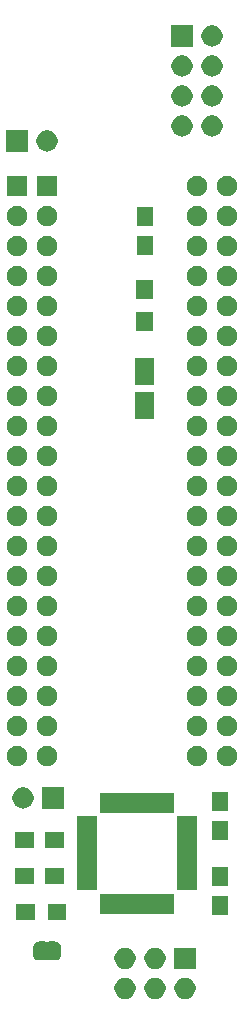
<source format=gts>
G04 #@! TF.GenerationSoftware,KiCad,Pcbnew,(5.1.5-0-10_14)*
G04 #@! TF.CreationDate,2021-04-25T17:09:50+02:00*
G04 #@! TF.ProjectId,6526KernalSwitcher,36353236-4b65-4726-9e61-6c5377697463,3.0*
G04 #@! TF.SameCoordinates,Original*
G04 #@! TF.FileFunction,Soldermask,Top*
G04 #@! TF.FilePolarity,Negative*
%FSLAX46Y46*%
G04 Gerber Fmt 4.6, Leading zero omitted, Abs format (unit mm)*
G04 Created by KiCad (PCBNEW (5.1.5-0-10_14)) date 2021-04-25 17:09:50*
%MOMM*%
%LPD*%
G04 APERTURE LIST*
%ADD10C,0.100000*%
G04 APERTURE END LIST*
D10*
G36*
X113397512Y-117848927D02*
G01*
X113546812Y-117878624D01*
X113710784Y-117946544D01*
X113858354Y-118045147D01*
X113983853Y-118170646D01*
X114082456Y-118318216D01*
X114150376Y-118482188D01*
X114185000Y-118656259D01*
X114185000Y-118833741D01*
X114150376Y-119007812D01*
X114082456Y-119171784D01*
X113983853Y-119319354D01*
X113858354Y-119444853D01*
X113710784Y-119543456D01*
X113546812Y-119611376D01*
X113397512Y-119641073D01*
X113372742Y-119646000D01*
X113195258Y-119646000D01*
X113170488Y-119641073D01*
X113021188Y-119611376D01*
X112857216Y-119543456D01*
X112709646Y-119444853D01*
X112584147Y-119319354D01*
X112485544Y-119171784D01*
X112417624Y-119007812D01*
X112383000Y-118833741D01*
X112383000Y-118656259D01*
X112417624Y-118482188D01*
X112485544Y-118318216D01*
X112584147Y-118170646D01*
X112709646Y-118045147D01*
X112857216Y-117946544D01*
X113021188Y-117878624D01*
X113170488Y-117848927D01*
X113195258Y-117844000D01*
X113372742Y-117844000D01*
X113397512Y-117848927D01*
G37*
G36*
X110857512Y-117848927D02*
G01*
X111006812Y-117878624D01*
X111170784Y-117946544D01*
X111318354Y-118045147D01*
X111443853Y-118170646D01*
X111542456Y-118318216D01*
X111610376Y-118482188D01*
X111645000Y-118656259D01*
X111645000Y-118833741D01*
X111610376Y-119007812D01*
X111542456Y-119171784D01*
X111443853Y-119319354D01*
X111318354Y-119444853D01*
X111170784Y-119543456D01*
X111006812Y-119611376D01*
X110857512Y-119641073D01*
X110832742Y-119646000D01*
X110655258Y-119646000D01*
X110630488Y-119641073D01*
X110481188Y-119611376D01*
X110317216Y-119543456D01*
X110169646Y-119444853D01*
X110044147Y-119319354D01*
X109945544Y-119171784D01*
X109877624Y-119007812D01*
X109843000Y-118833741D01*
X109843000Y-118656259D01*
X109877624Y-118482188D01*
X109945544Y-118318216D01*
X110044147Y-118170646D01*
X110169646Y-118045147D01*
X110317216Y-117946544D01*
X110481188Y-117878624D01*
X110630488Y-117848927D01*
X110655258Y-117844000D01*
X110832742Y-117844000D01*
X110857512Y-117848927D01*
G37*
G36*
X108317512Y-117848927D02*
G01*
X108466812Y-117878624D01*
X108630784Y-117946544D01*
X108778354Y-118045147D01*
X108903853Y-118170646D01*
X109002456Y-118318216D01*
X109070376Y-118482188D01*
X109105000Y-118656259D01*
X109105000Y-118833741D01*
X109070376Y-119007812D01*
X109002456Y-119171784D01*
X108903853Y-119319354D01*
X108778354Y-119444853D01*
X108630784Y-119543456D01*
X108466812Y-119611376D01*
X108317512Y-119641073D01*
X108292742Y-119646000D01*
X108115258Y-119646000D01*
X108090488Y-119641073D01*
X107941188Y-119611376D01*
X107777216Y-119543456D01*
X107629646Y-119444853D01*
X107504147Y-119319354D01*
X107405544Y-119171784D01*
X107337624Y-119007812D01*
X107303000Y-118833741D01*
X107303000Y-118656259D01*
X107337624Y-118482188D01*
X107405544Y-118318216D01*
X107504147Y-118170646D01*
X107629646Y-118045147D01*
X107777216Y-117946544D01*
X107941188Y-117878624D01*
X108090488Y-117848927D01*
X108115258Y-117844000D01*
X108292742Y-117844000D01*
X108317512Y-117848927D01*
G37*
G36*
X108317512Y-115308927D02*
G01*
X108466812Y-115338624D01*
X108630784Y-115406544D01*
X108778354Y-115505147D01*
X108903853Y-115630646D01*
X109002456Y-115778216D01*
X109070376Y-115942188D01*
X109105000Y-116116259D01*
X109105000Y-116293741D01*
X109070376Y-116467812D01*
X109002456Y-116631784D01*
X108903853Y-116779354D01*
X108778354Y-116904853D01*
X108630784Y-117003456D01*
X108466812Y-117071376D01*
X108317512Y-117101073D01*
X108292742Y-117106000D01*
X108115258Y-117106000D01*
X108090488Y-117101073D01*
X107941188Y-117071376D01*
X107777216Y-117003456D01*
X107629646Y-116904853D01*
X107504147Y-116779354D01*
X107405544Y-116631784D01*
X107337624Y-116467812D01*
X107303000Y-116293741D01*
X107303000Y-116116259D01*
X107337624Y-115942188D01*
X107405544Y-115778216D01*
X107504147Y-115630646D01*
X107629646Y-115505147D01*
X107777216Y-115406544D01*
X107941188Y-115338624D01*
X108090488Y-115308927D01*
X108115258Y-115304000D01*
X108292742Y-115304000D01*
X108317512Y-115308927D01*
G37*
G36*
X114185000Y-117106000D02*
G01*
X112383000Y-117106000D01*
X112383000Y-115304000D01*
X114185000Y-115304000D01*
X114185000Y-117106000D01*
G37*
G36*
X110857512Y-115308927D02*
G01*
X111006812Y-115338624D01*
X111170784Y-115406544D01*
X111318354Y-115505147D01*
X111443853Y-115630646D01*
X111542456Y-115778216D01*
X111610376Y-115942188D01*
X111645000Y-116116259D01*
X111645000Y-116293741D01*
X111610376Y-116467812D01*
X111542456Y-116631784D01*
X111443853Y-116779354D01*
X111318354Y-116904853D01*
X111170784Y-117003456D01*
X111006812Y-117071376D01*
X110857512Y-117101073D01*
X110832742Y-117106000D01*
X110655258Y-117106000D01*
X110630488Y-117101073D01*
X110481188Y-117071376D01*
X110317216Y-117003456D01*
X110169646Y-116904853D01*
X110044147Y-116779354D01*
X109945544Y-116631784D01*
X109877624Y-116467812D01*
X109843000Y-116293741D01*
X109843000Y-116116259D01*
X109877624Y-115942188D01*
X109945544Y-115778216D01*
X110044147Y-115630646D01*
X110169646Y-115505147D01*
X110317216Y-115406544D01*
X110481188Y-115338624D01*
X110630488Y-115308927D01*
X110655258Y-115304000D01*
X110832742Y-115304000D01*
X110857512Y-115308927D01*
G37*
G36*
X101459999Y-114769737D02*
G01*
X101469608Y-114772652D01*
X101478472Y-114777390D01*
X101486237Y-114783763D01*
X101496448Y-114796206D01*
X101503378Y-114806575D01*
X101520705Y-114823902D01*
X101541080Y-114837515D01*
X101563720Y-114846891D01*
X101587753Y-114851671D01*
X101612257Y-114851670D01*
X101636290Y-114846888D01*
X101658929Y-114837510D01*
X101679302Y-114823895D01*
X101696629Y-114806568D01*
X101703558Y-114796198D01*
X101713763Y-114783763D01*
X101721528Y-114777390D01*
X101730392Y-114772652D01*
X101740001Y-114769737D01*
X101756140Y-114768148D01*
X102243861Y-114768148D01*
X102262199Y-114769954D01*
X102274450Y-114770556D01*
X102292869Y-114770556D01*
X102315149Y-114772750D01*
X102399233Y-114789476D01*
X102420660Y-114795976D01*
X102499858Y-114828780D01*
X102505303Y-114831691D01*
X102505309Y-114831693D01*
X102514169Y-114836429D01*
X102514173Y-114836432D01*
X102519614Y-114839340D01*
X102590899Y-114886971D01*
X102608204Y-114901172D01*
X102668828Y-114961796D01*
X102683029Y-114979101D01*
X102730660Y-115050386D01*
X102733568Y-115055827D01*
X102733571Y-115055831D01*
X102738307Y-115064691D01*
X102738309Y-115064697D01*
X102741220Y-115070142D01*
X102774024Y-115149340D01*
X102780524Y-115170767D01*
X102797250Y-115254851D01*
X102799444Y-115277131D01*
X102799444Y-115295550D01*
X102800046Y-115307801D01*
X102801852Y-115326139D01*
X102801852Y-115813862D01*
X102800046Y-115832199D01*
X102799444Y-115844450D01*
X102799444Y-115862869D01*
X102797250Y-115885149D01*
X102780524Y-115969233D01*
X102774024Y-115990660D01*
X102741220Y-116069858D01*
X102738309Y-116075303D01*
X102738307Y-116075309D01*
X102733571Y-116084169D01*
X102733568Y-116084173D01*
X102730660Y-116089614D01*
X102683029Y-116160899D01*
X102668828Y-116178204D01*
X102608204Y-116238828D01*
X102590899Y-116253029D01*
X102519614Y-116300660D01*
X102514173Y-116303568D01*
X102514169Y-116303571D01*
X102505309Y-116308307D01*
X102505303Y-116308309D01*
X102499858Y-116311220D01*
X102420660Y-116344024D01*
X102399233Y-116350524D01*
X102315149Y-116367250D01*
X102292869Y-116369444D01*
X102274450Y-116369444D01*
X102262199Y-116370046D01*
X102243862Y-116371852D01*
X101756140Y-116371852D01*
X101740001Y-116370263D01*
X101730392Y-116367348D01*
X101721528Y-116362610D01*
X101713763Y-116356237D01*
X101703552Y-116343794D01*
X101696622Y-116333425D01*
X101679295Y-116316098D01*
X101658920Y-116302485D01*
X101636280Y-116293109D01*
X101612247Y-116288329D01*
X101587743Y-116288330D01*
X101563710Y-116293112D01*
X101541071Y-116302490D01*
X101520698Y-116316105D01*
X101503371Y-116333432D01*
X101496442Y-116343802D01*
X101486237Y-116356237D01*
X101478472Y-116362610D01*
X101469608Y-116367348D01*
X101459999Y-116370263D01*
X101443860Y-116371852D01*
X100956138Y-116371852D01*
X100937801Y-116370046D01*
X100925550Y-116369444D01*
X100907131Y-116369444D01*
X100884851Y-116367250D01*
X100800767Y-116350524D01*
X100779340Y-116344024D01*
X100700142Y-116311220D01*
X100694697Y-116308309D01*
X100694691Y-116308307D01*
X100685831Y-116303571D01*
X100685827Y-116303568D01*
X100680386Y-116300660D01*
X100609101Y-116253029D01*
X100591796Y-116238828D01*
X100531172Y-116178204D01*
X100516971Y-116160899D01*
X100469340Y-116089614D01*
X100466432Y-116084173D01*
X100466429Y-116084169D01*
X100461693Y-116075309D01*
X100461691Y-116075303D01*
X100458780Y-116069858D01*
X100425976Y-115990660D01*
X100419476Y-115969233D01*
X100402750Y-115885149D01*
X100400556Y-115862869D01*
X100400556Y-115844450D01*
X100399954Y-115832199D01*
X100398148Y-115813862D01*
X100398148Y-115326138D01*
X100399954Y-115307801D01*
X100400556Y-115295550D01*
X100400556Y-115277131D01*
X100402750Y-115254851D01*
X100419476Y-115170767D01*
X100425976Y-115149340D01*
X100458780Y-115070142D01*
X100461691Y-115064697D01*
X100461693Y-115064691D01*
X100466429Y-115055831D01*
X100466432Y-115055827D01*
X100469340Y-115050386D01*
X100516971Y-114979101D01*
X100531172Y-114961796D01*
X100591796Y-114901172D01*
X100609101Y-114886971D01*
X100680386Y-114839340D01*
X100685827Y-114836432D01*
X100685831Y-114836429D01*
X100694691Y-114831693D01*
X100694697Y-114831691D01*
X100700142Y-114828780D01*
X100779340Y-114795976D01*
X100800767Y-114789476D01*
X100884851Y-114772750D01*
X100907131Y-114770556D01*
X100925550Y-114770556D01*
X100937801Y-114769954D01*
X100956139Y-114768148D01*
X101443860Y-114768148D01*
X101459999Y-114769737D01*
G37*
G36*
X100543000Y-112969000D02*
G01*
X98941000Y-112969000D01*
X98941000Y-111567000D01*
X100543000Y-111567000D01*
X100543000Y-112969000D01*
G37*
G36*
X103243000Y-112969000D02*
G01*
X101641000Y-112969000D01*
X101641000Y-111567000D01*
X103243000Y-111567000D01*
X103243000Y-112969000D01*
G37*
G36*
X116881000Y-112541000D02*
G01*
X115529000Y-112541000D01*
X115529000Y-110939000D01*
X116881000Y-110939000D01*
X116881000Y-112541000D01*
G37*
G36*
X112346000Y-112416000D02*
G01*
X106094000Y-112416000D01*
X106094000Y-110714000D01*
X112346000Y-110714000D01*
X112346000Y-112416000D01*
G37*
G36*
X114321000Y-110441000D02*
G01*
X112619000Y-110441000D01*
X112619000Y-104189000D01*
X114321000Y-104189000D01*
X114321000Y-110441000D01*
G37*
G36*
X105821000Y-110441000D02*
G01*
X104119000Y-110441000D01*
X104119000Y-104189000D01*
X105821000Y-104189000D01*
X105821000Y-110441000D01*
G37*
G36*
X116881000Y-110041000D02*
G01*
X115529000Y-110041000D01*
X115529000Y-108439000D01*
X116881000Y-108439000D01*
X116881000Y-110041000D01*
G37*
G36*
X103016000Y-109896000D02*
G01*
X101414000Y-109896000D01*
X101414000Y-108544000D01*
X103016000Y-108544000D01*
X103016000Y-109896000D01*
G37*
G36*
X100516000Y-109896000D02*
G01*
X98914000Y-109896000D01*
X98914000Y-108544000D01*
X100516000Y-108544000D01*
X100516000Y-109896000D01*
G37*
G36*
X103016000Y-106848000D02*
G01*
X101414000Y-106848000D01*
X101414000Y-105496000D01*
X103016000Y-105496000D01*
X103016000Y-106848000D01*
G37*
G36*
X100516000Y-106848000D02*
G01*
X98914000Y-106848000D01*
X98914000Y-105496000D01*
X100516000Y-105496000D01*
X100516000Y-106848000D01*
G37*
G36*
X116881000Y-106191000D02*
G01*
X115529000Y-106191000D01*
X115529000Y-104589000D01*
X116881000Y-104589000D01*
X116881000Y-106191000D01*
G37*
G36*
X112346000Y-103916000D02*
G01*
X106094000Y-103916000D01*
X106094000Y-102214000D01*
X112346000Y-102214000D01*
X112346000Y-103916000D01*
G37*
G36*
X116881000Y-103691000D02*
G01*
X115529000Y-103691000D01*
X115529000Y-102089000D01*
X116881000Y-102089000D01*
X116881000Y-103691000D01*
G37*
G36*
X103009000Y-103517000D02*
G01*
X101207000Y-103517000D01*
X101207000Y-101715000D01*
X103009000Y-101715000D01*
X103009000Y-103517000D01*
G37*
G36*
X99681512Y-101719927D02*
G01*
X99830812Y-101749624D01*
X99994784Y-101817544D01*
X100142354Y-101916147D01*
X100267853Y-102041646D01*
X100366456Y-102189216D01*
X100434376Y-102353188D01*
X100469000Y-102527259D01*
X100469000Y-102704741D01*
X100434376Y-102878812D01*
X100366456Y-103042784D01*
X100267853Y-103190354D01*
X100142354Y-103315853D01*
X99994784Y-103414456D01*
X99830812Y-103482376D01*
X99681512Y-103512073D01*
X99656742Y-103517000D01*
X99479258Y-103517000D01*
X99454488Y-103512073D01*
X99305188Y-103482376D01*
X99141216Y-103414456D01*
X98993646Y-103315853D01*
X98868147Y-103190354D01*
X98769544Y-103042784D01*
X98701624Y-102878812D01*
X98667000Y-102704741D01*
X98667000Y-102527259D01*
X98701624Y-102353188D01*
X98769544Y-102189216D01*
X98868147Y-102041646D01*
X98993646Y-101916147D01*
X99141216Y-101817544D01*
X99305188Y-101749624D01*
X99454488Y-101719927D01*
X99479258Y-101715000D01*
X99656742Y-101715000D01*
X99681512Y-101719927D01*
G37*
G36*
X117088228Y-98241703D02*
G01*
X117243100Y-98305853D01*
X117382481Y-98398985D01*
X117501015Y-98517519D01*
X117594147Y-98656900D01*
X117658297Y-98811772D01*
X117691000Y-98976184D01*
X117691000Y-99143816D01*
X117658297Y-99308228D01*
X117594147Y-99463100D01*
X117501015Y-99602481D01*
X117382481Y-99721015D01*
X117243100Y-99814147D01*
X117088228Y-99878297D01*
X116923816Y-99911000D01*
X116756184Y-99911000D01*
X116591772Y-99878297D01*
X116436900Y-99814147D01*
X116297519Y-99721015D01*
X116178985Y-99602481D01*
X116085853Y-99463100D01*
X116021703Y-99308228D01*
X115989000Y-99143816D01*
X115989000Y-98976184D01*
X116021703Y-98811772D01*
X116085853Y-98656900D01*
X116178985Y-98517519D01*
X116297519Y-98398985D01*
X116436900Y-98305853D01*
X116591772Y-98241703D01*
X116756184Y-98209000D01*
X116923816Y-98209000D01*
X117088228Y-98241703D01*
G37*
G36*
X99308228Y-98241703D02*
G01*
X99463100Y-98305853D01*
X99602481Y-98398985D01*
X99721015Y-98517519D01*
X99814147Y-98656900D01*
X99878297Y-98811772D01*
X99911000Y-98976184D01*
X99911000Y-99143816D01*
X99878297Y-99308228D01*
X99814147Y-99463100D01*
X99721015Y-99602481D01*
X99602481Y-99721015D01*
X99463100Y-99814147D01*
X99308228Y-99878297D01*
X99143816Y-99911000D01*
X98976184Y-99911000D01*
X98811772Y-99878297D01*
X98656900Y-99814147D01*
X98517519Y-99721015D01*
X98398985Y-99602481D01*
X98305853Y-99463100D01*
X98241703Y-99308228D01*
X98209000Y-99143816D01*
X98209000Y-98976184D01*
X98241703Y-98811772D01*
X98305853Y-98656900D01*
X98398985Y-98517519D01*
X98517519Y-98398985D01*
X98656900Y-98305853D01*
X98811772Y-98241703D01*
X98976184Y-98209000D01*
X99143816Y-98209000D01*
X99308228Y-98241703D01*
G37*
G36*
X114548228Y-98241703D02*
G01*
X114703100Y-98305853D01*
X114842481Y-98398985D01*
X114961015Y-98517519D01*
X115054147Y-98656900D01*
X115118297Y-98811772D01*
X115151000Y-98976184D01*
X115151000Y-99143816D01*
X115118297Y-99308228D01*
X115054147Y-99463100D01*
X114961015Y-99602481D01*
X114842481Y-99721015D01*
X114703100Y-99814147D01*
X114548228Y-99878297D01*
X114383816Y-99911000D01*
X114216184Y-99911000D01*
X114051772Y-99878297D01*
X113896900Y-99814147D01*
X113757519Y-99721015D01*
X113638985Y-99602481D01*
X113545853Y-99463100D01*
X113481703Y-99308228D01*
X113449000Y-99143816D01*
X113449000Y-98976184D01*
X113481703Y-98811772D01*
X113545853Y-98656900D01*
X113638985Y-98517519D01*
X113757519Y-98398985D01*
X113896900Y-98305853D01*
X114051772Y-98241703D01*
X114216184Y-98209000D01*
X114383816Y-98209000D01*
X114548228Y-98241703D01*
G37*
G36*
X101848228Y-98241703D02*
G01*
X102003100Y-98305853D01*
X102142481Y-98398985D01*
X102261015Y-98517519D01*
X102354147Y-98656900D01*
X102418297Y-98811772D01*
X102451000Y-98976184D01*
X102451000Y-99143816D01*
X102418297Y-99308228D01*
X102354147Y-99463100D01*
X102261015Y-99602481D01*
X102142481Y-99721015D01*
X102003100Y-99814147D01*
X101848228Y-99878297D01*
X101683816Y-99911000D01*
X101516184Y-99911000D01*
X101351772Y-99878297D01*
X101196900Y-99814147D01*
X101057519Y-99721015D01*
X100938985Y-99602481D01*
X100845853Y-99463100D01*
X100781703Y-99308228D01*
X100749000Y-99143816D01*
X100749000Y-98976184D01*
X100781703Y-98811772D01*
X100845853Y-98656900D01*
X100938985Y-98517519D01*
X101057519Y-98398985D01*
X101196900Y-98305853D01*
X101351772Y-98241703D01*
X101516184Y-98209000D01*
X101683816Y-98209000D01*
X101848228Y-98241703D01*
G37*
G36*
X114548228Y-95701703D02*
G01*
X114703100Y-95765853D01*
X114842481Y-95858985D01*
X114961015Y-95977519D01*
X115054147Y-96116900D01*
X115118297Y-96271772D01*
X115151000Y-96436184D01*
X115151000Y-96603816D01*
X115118297Y-96768228D01*
X115054147Y-96923100D01*
X114961015Y-97062481D01*
X114842481Y-97181015D01*
X114703100Y-97274147D01*
X114548228Y-97338297D01*
X114383816Y-97371000D01*
X114216184Y-97371000D01*
X114051772Y-97338297D01*
X113896900Y-97274147D01*
X113757519Y-97181015D01*
X113638985Y-97062481D01*
X113545853Y-96923100D01*
X113481703Y-96768228D01*
X113449000Y-96603816D01*
X113449000Y-96436184D01*
X113481703Y-96271772D01*
X113545853Y-96116900D01*
X113638985Y-95977519D01*
X113757519Y-95858985D01*
X113896900Y-95765853D01*
X114051772Y-95701703D01*
X114216184Y-95669000D01*
X114383816Y-95669000D01*
X114548228Y-95701703D01*
G37*
G36*
X117088228Y-95701703D02*
G01*
X117243100Y-95765853D01*
X117382481Y-95858985D01*
X117501015Y-95977519D01*
X117594147Y-96116900D01*
X117658297Y-96271772D01*
X117691000Y-96436184D01*
X117691000Y-96603816D01*
X117658297Y-96768228D01*
X117594147Y-96923100D01*
X117501015Y-97062481D01*
X117382481Y-97181015D01*
X117243100Y-97274147D01*
X117088228Y-97338297D01*
X116923816Y-97371000D01*
X116756184Y-97371000D01*
X116591772Y-97338297D01*
X116436900Y-97274147D01*
X116297519Y-97181015D01*
X116178985Y-97062481D01*
X116085853Y-96923100D01*
X116021703Y-96768228D01*
X115989000Y-96603816D01*
X115989000Y-96436184D01*
X116021703Y-96271772D01*
X116085853Y-96116900D01*
X116178985Y-95977519D01*
X116297519Y-95858985D01*
X116436900Y-95765853D01*
X116591772Y-95701703D01*
X116756184Y-95669000D01*
X116923816Y-95669000D01*
X117088228Y-95701703D01*
G37*
G36*
X101848228Y-95701703D02*
G01*
X102003100Y-95765853D01*
X102142481Y-95858985D01*
X102261015Y-95977519D01*
X102354147Y-96116900D01*
X102418297Y-96271772D01*
X102451000Y-96436184D01*
X102451000Y-96603816D01*
X102418297Y-96768228D01*
X102354147Y-96923100D01*
X102261015Y-97062481D01*
X102142481Y-97181015D01*
X102003100Y-97274147D01*
X101848228Y-97338297D01*
X101683816Y-97371000D01*
X101516184Y-97371000D01*
X101351772Y-97338297D01*
X101196900Y-97274147D01*
X101057519Y-97181015D01*
X100938985Y-97062481D01*
X100845853Y-96923100D01*
X100781703Y-96768228D01*
X100749000Y-96603816D01*
X100749000Y-96436184D01*
X100781703Y-96271772D01*
X100845853Y-96116900D01*
X100938985Y-95977519D01*
X101057519Y-95858985D01*
X101196900Y-95765853D01*
X101351772Y-95701703D01*
X101516184Y-95669000D01*
X101683816Y-95669000D01*
X101848228Y-95701703D01*
G37*
G36*
X99308228Y-95701703D02*
G01*
X99463100Y-95765853D01*
X99602481Y-95858985D01*
X99721015Y-95977519D01*
X99814147Y-96116900D01*
X99878297Y-96271772D01*
X99911000Y-96436184D01*
X99911000Y-96603816D01*
X99878297Y-96768228D01*
X99814147Y-96923100D01*
X99721015Y-97062481D01*
X99602481Y-97181015D01*
X99463100Y-97274147D01*
X99308228Y-97338297D01*
X99143816Y-97371000D01*
X98976184Y-97371000D01*
X98811772Y-97338297D01*
X98656900Y-97274147D01*
X98517519Y-97181015D01*
X98398985Y-97062481D01*
X98305853Y-96923100D01*
X98241703Y-96768228D01*
X98209000Y-96603816D01*
X98209000Y-96436184D01*
X98241703Y-96271772D01*
X98305853Y-96116900D01*
X98398985Y-95977519D01*
X98517519Y-95858985D01*
X98656900Y-95765853D01*
X98811772Y-95701703D01*
X98976184Y-95669000D01*
X99143816Y-95669000D01*
X99308228Y-95701703D01*
G37*
G36*
X101848228Y-93161703D02*
G01*
X102003100Y-93225853D01*
X102142481Y-93318985D01*
X102261015Y-93437519D01*
X102354147Y-93576900D01*
X102418297Y-93731772D01*
X102451000Y-93896184D01*
X102451000Y-94063816D01*
X102418297Y-94228228D01*
X102354147Y-94383100D01*
X102261015Y-94522481D01*
X102142481Y-94641015D01*
X102003100Y-94734147D01*
X101848228Y-94798297D01*
X101683816Y-94831000D01*
X101516184Y-94831000D01*
X101351772Y-94798297D01*
X101196900Y-94734147D01*
X101057519Y-94641015D01*
X100938985Y-94522481D01*
X100845853Y-94383100D01*
X100781703Y-94228228D01*
X100749000Y-94063816D01*
X100749000Y-93896184D01*
X100781703Y-93731772D01*
X100845853Y-93576900D01*
X100938985Y-93437519D01*
X101057519Y-93318985D01*
X101196900Y-93225853D01*
X101351772Y-93161703D01*
X101516184Y-93129000D01*
X101683816Y-93129000D01*
X101848228Y-93161703D01*
G37*
G36*
X99308228Y-93161703D02*
G01*
X99463100Y-93225853D01*
X99602481Y-93318985D01*
X99721015Y-93437519D01*
X99814147Y-93576900D01*
X99878297Y-93731772D01*
X99911000Y-93896184D01*
X99911000Y-94063816D01*
X99878297Y-94228228D01*
X99814147Y-94383100D01*
X99721015Y-94522481D01*
X99602481Y-94641015D01*
X99463100Y-94734147D01*
X99308228Y-94798297D01*
X99143816Y-94831000D01*
X98976184Y-94831000D01*
X98811772Y-94798297D01*
X98656900Y-94734147D01*
X98517519Y-94641015D01*
X98398985Y-94522481D01*
X98305853Y-94383100D01*
X98241703Y-94228228D01*
X98209000Y-94063816D01*
X98209000Y-93896184D01*
X98241703Y-93731772D01*
X98305853Y-93576900D01*
X98398985Y-93437519D01*
X98517519Y-93318985D01*
X98656900Y-93225853D01*
X98811772Y-93161703D01*
X98976184Y-93129000D01*
X99143816Y-93129000D01*
X99308228Y-93161703D01*
G37*
G36*
X117088228Y-93161703D02*
G01*
X117243100Y-93225853D01*
X117382481Y-93318985D01*
X117501015Y-93437519D01*
X117594147Y-93576900D01*
X117658297Y-93731772D01*
X117691000Y-93896184D01*
X117691000Y-94063816D01*
X117658297Y-94228228D01*
X117594147Y-94383100D01*
X117501015Y-94522481D01*
X117382481Y-94641015D01*
X117243100Y-94734147D01*
X117088228Y-94798297D01*
X116923816Y-94831000D01*
X116756184Y-94831000D01*
X116591772Y-94798297D01*
X116436900Y-94734147D01*
X116297519Y-94641015D01*
X116178985Y-94522481D01*
X116085853Y-94383100D01*
X116021703Y-94228228D01*
X115989000Y-94063816D01*
X115989000Y-93896184D01*
X116021703Y-93731772D01*
X116085853Y-93576900D01*
X116178985Y-93437519D01*
X116297519Y-93318985D01*
X116436900Y-93225853D01*
X116591772Y-93161703D01*
X116756184Y-93129000D01*
X116923816Y-93129000D01*
X117088228Y-93161703D01*
G37*
G36*
X114548228Y-93161703D02*
G01*
X114703100Y-93225853D01*
X114842481Y-93318985D01*
X114961015Y-93437519D01*
X115054147Y-93576900D01*
X115118297Y-93731772D01*
X115151000Y-93896184D01*
X115151000Y-94063816D01*
X115118297Y-94228228D01*
X115054147Y-94383100D01*
X114961015Y-94522481D01*
X114842481Y-94641015D01*
X114703100Y-94734147D01*
X114548228Y-94798297D01*
X114383816Y-94831000D01*
X114216184Y-94831000D01*
X114051772Y-94798297D01*
X113896900Y-94734147D01*
X113757519Y-94641015D01*
X113638985Y-94522481D01*
X113545853Y-94383100D01*
X113481703Y-94228228D01*
X113449000Y-94063816D01*
X113449000Y-93896184D01*
X113481703Y-93731772D01*
X113545853Y-93576900D01*
X113638985Y-93437519D01*
X113757519Y-93318985D01*
X113896900Y-93225853D01*
X114051772Y-93161703D01*
X114216184Y-93129000D01*
X114383816Y-93129000D01*
X114548228Y-93161703D01*
G37*
G36*
X117088228Y-90621703D02*
G01*
X117243100Y-90685853D01*
X117382481Y-90778985D01*
X117501015Y-90897519D01*
X117594147Y-91036900D01*
X117658297Y-91191772D01*
X117691000Y-91356184D01*
X117691000Y-91523816D01*
X117658297Y-91688228D01*
X117594147Y-91843100D01*
X117501015Y-91982481D01*
X117382481Y-92101015D01*
X117243100Y-92194147D01*
X117088228Y-92258297D01*
X116923816Y-92291000D01*
X116756184Y-92291000D01*
X116591772Y-92258297D01*
X116436900Y-92194147D01*
X116297519Y-92101015D01*
X116178985Y-91982481D01*
X116085853Y-91843100D01*
X116021703Y-91688228D01*
X115989000Y-91523816D01*
X115989000Y-91356184D01*
X116021703Y-91191772D01*
X116085853Y-91036900D01*
X116178985Y-90897519D01*
X116297519Y-90778985D01*
X116436900Y-90685853D01*
X116591772Y-90621703D01*
X116756184Y-90589000D01*
X116923816Y-90589000D01*
X117088228Y-90621703D01*
G37*
G36*
X114548228Y-90621703D02*
G01*
X114703100Y-90685853D01*
X114842481Y-90778985D01*
X114961015Y-90897519D01*
X115054147Y-91036900D01*
X115118297Y-91191772D01*
X115151000Y-91356184D01*
X115151000Y-91523816D01*
X115118297Y-91688228D01*
X115054147Y-91843100D01*
X114961015Y-91982481D01*
X114842481Y-92101015D01*
X114703100Y-92194147D01*
X114548228Y-92258297D01*
X114383816Y-92291000D01*
X114216184Y-92291000D01*
X114051772Y-92258297D01*
X113896900Y-92194147D01*
X113757519Y-92101015D01*
X113638985Y-91982481D01*
X113545853Y-91843100D01*
X113481703Y-91688228D01*
X113449000Y-91523816D01*
X113449000Y-91356184D01*
X113481703Y-91191772D01*
X113545853Y-91036900D01*
X113638985Y-90897519D01*
X113757519Y-90778985D01*
X113896900Y-90685853D01*
X114051772Y-90621703D01*
X114216184Y-90589000D01*
X114383816Y-90589000D01*
X114548228Y-90621703D01*
G37*
G36*
X101848228Y-90621703D02*
G01*
X102003100Y-90685853D01*
X102142481Y-90778985D01*
X102261015Y-90897519D01*
X102354147Y-91036900D01*
X102418297Y-91191772D01*
X102451000Y-91356184D01*
X102451000Y-91523816D01*
X102418297Y-91688228D01*
X102354147Y-91843100D01*
X102261015Y-91982481D01*
X102142481Y-92101015D01*
X102003100Y-92194147D01*
X101848228Y-92258297D01*
X101683816Y-92291000D01*
X101516184Y-92291000D01*
X101351772Y-92258297D01*
X101196900Y-92194147D01*
X101057519Y-92101015D01*
X100938985Y-91982481D01*
X100845853Y-91843100D01*
X100781703Y-91688228D01*
X100749000Y-91523816D01*
X100749000Y-91356184D01*
X100781703Y-91191772D01*
X100845853Y-91036900D01*
X100938985Y-90897519D01*
X101057519Y-90778985D01*
X101196900Y-90685853D01*
X101351772Y-90621703D01*
X101516184Y-90589000D01*
X101683816Y-90589000D01*
X101848228Y-90621703D01*
G37*
G36*
X99308228Y-90621703D02*
G01*
X99463100Y-90685853D01*
X99602481Y-90778985D01*
X99721015Y-90897519D01*
X99814147Y-91036900D01*
X99878297Y-91191772D01*
X99911000Y-91356184D01*
X99911000Y-91523816D01*
X99878297Y-91688228D01*
X99814147Y-91843100D01*
X99721015Y-91982481D01*
X99602481Y-92101015D01*
X99463100Y-92194147D01*
X99308228Y-92258297D01*
X99143816Y-92291000D01*
X98976184Y-92291000D01*
X98811772Y-92258297D01*
X98656900Y-92194147D01*
X98517519Y-92101015D01*
X98398985Y-91982481D01*
X98305853Y-91843100D01*
X98241703Y-91688228D01*
X98209000Y-91523816D01*
X98209000Y-91356184D01*
X98241703Y-91191772D01*
X98305853Y-91036900D01*
X98398985Y-90897519D01*
X98517519Y-90778985D01*
X98656900Y-90685853D01*
X98811772Y-90621703D01*
X98976184Y-90589000D01*
X99143816Y-90589000D01*
X99308228Y-90621703D01*
G37*
G36*
X117088228Y-88081703D02*
G01*
X117243100Y-88145853D01*
X117382481Y-88238985D01*
X117501015Y-88357519D01*
X117594147Y-88496900D01*
X117658297Y-88651772D01*
X117691000Y-88816184D01*
X117691000Y-88983816D01*
X117658297Y-89148228D01*
X117594147Y-89303100D01*
X117501015Y-89442481D01*
X117382481Y-89561015D01*
X117243100Y-89654147D01*
X117088228Y-89718297D01*
X116923816Y-89751000D01*
X116756184Y-89751000D01*
X116591772Y-89718297D01*
X116436900Y-89654147D01*
X116297519Y-89561015D01*
X116178985Y-89442481D01*
X116085853Y-89303100D01*
X116021703Y-89148228D01*
X115989000Y-88983816D01*
X115989000Y-88816184D01*
X116021703Y-88651772D01*
X116085853Y-88496900D01*
X116178985Y-88357519D01*
X116297519Y-88238985D01*
X116436900Y-88145853D01*
X116591772Y-88081703D01*
X116756184Y-88049000D01*
X116923816Y-88049000D01*
X117088228Y-88081703D01*
G37*
G36*
X101848228Y-88081703D02*
G01*
X102003100Y-88145853D01*
X102142481Y-88238985D01*
X102261015Y-88357519D01*
X102354147Y-88496900D01*
X102418297Y-88651772D01*
X102451000Y-88816184D01*
X102451000Y-88983816D01*
X102418297Y-89148228D01*
X102354147Y-89303100D01*
X102261015Y-89442481D01*
X102142481Y-89561015D01*
X102003100Y-89654147D01*
X101848228Y-89718297D01*
X101683816Y-89751000D01*
X101516184Y-89751000D01*
X101351772Y-89718297D01*
X101196900Y-89654147D01*
X101057519Y-89561015D01*
X100938985Y-89442481D01*
X100845853Y-89303100D01*
X100781703Y-89148228D01*
X100749000Y-88983816D01*
X100749000Y-88816184D01*
X100781703Y-88651772D01*
X100845853Y-88496900D01*
X100938985Y-88357519D01*
X101057519Y-88238985D01*
X101196900Y-88145853D01*
X101351772Y-88081703D01*
X101516184Y-88049000D01*
X101683816Y-88049000D01*
X101848228Y-88081703D01*
G37*
G36*
X99308228Y-88081703D02*
G01*
X99463100Y-88145853D01*
X99602481Y-88238985D01*
X99721015Y-88357519D01*
X99814147Y-88496900D01*
X99878297Y-88651772D01*
X99911000Y-88816184D01*
X99911000Y-88983816D01*
X99878297Y-89148228D01*
X99814147Y-89303100D01*
X99721015Y-89442481D01*
X99602481Y-89561015D01*
X99463100Y-89654147D01*
X99308228Y-89718297D01*
X99143816Y-89751000D01*
X98976184Y-89751000D01*
X98811772Y-89718297D01*
X98656900Y-89654147D01*
X98517519Y-89561015D01*
X98398985Y-89442481D01*
X98305853Y-89303100D01*
X98241703Y-89148228D01*
X98209000Y-88983816D01*
X98209000Y-88816184D01*
X98241703Y-88651772D01*
X98305853Y-88496900D01*
X98398985Y-88357519D01*
X98517519Y-88238985D01*
X98656900Y-88145853D01*
X98811772Y-88081703D01*
X98976184Y-88049000D01*
X99143816Y-88049000D01*
X99308228Y-88081703D01*
G37*
G36*
X114548228Y-88081703D02*
G01*
X114703100Y-88145853D01*
X114842481Y-88238985D01*
X114961015Y-88357519D01*
X115054147Y-88496900D01*
X115118297Y-88651772D01*
X115151000Y-88816184D01*
X115151000Y-88983816D01*
X115118297Y-89148228D01*
X115054147Y-89303100D01*
X114961015Y-89442481D01*
X114842481Y-89561015D01*
X114703100Y-89654147D01*
X114548228Y-89718297D01*
X114383816Y-89751000D01*
X114216184Y-89751000D01*
X114051772Y-89718297D01*
X113896900Y-89654147D01*
X113757519Y-89561015D01*
X113638985Y-89442481D01*
X113545853Y-89303100D01*
X113481703Y-89148228D01*
X113449000Y-88983816D01*
X113449000Y-88816184D01*
X113481703Y-88651772D01*
X113545853Y-88496900D01*
X113638985Y-88357519D01*
X113757519Y-88238985D01*
X113896900Y-88145853D01*
X114051772Y-88081703D01*
X114216184Y-88049000D01*
X114383816Y-88049000D01*
X114548228Y-88081703D01*
G37*
G36*
X101848228Y-85541703D02*
G01*
X102003100Y-85605853D01*
X102142481Y-85698985D01*
X102261015Y-85817519D01*
X102354147Y-85956900D01*
X102418297Y-86111772D01*
X102451000Y-86276184D01*
X102451000Y-86443816D01*
X102418297Y-86608228D01*
X102354147Y-86763100D01*
X102261015Y-86902481D01*
X102142481Y-87021015D01*
X102003100Y-87114147D01*
X101848228Y-87178297D01*
X101683816Y-87211000D01*
X101516184Y-87211000D01*
X101351772Y-87178297D01*
X101196900Y-87114147D01*
X101057519Y-87021015D01*
X100938985Y-86902481D01*
X100845853Y-86763100D01*
X100781703Y-86608228D01*
X100749000Y-86443816D01*
X100749000Y-86276184D01*
X100781703Y-86111772D01*
X100845853Y-85956900D01*
X100938985Y-85817519D01*
X101057519Y-85698985D01*
X101196900Y-85605853D01*
X101351772Y-85541703D01*
X101516184Y-85509000D01*
X101683816Y-85509000D01*
X101848228Y-85541703D01*
G37*
G36*
X99308228Y-85541703D02*
G01*
X99463100Y-85605853D01*
X99602481Y-85698985D01*
X99721015Y-85817519D01*
X99814147Y-85956900D01*
X99878297Y-86111772D01*
X99911000Y-86276184D01*
X99911000Y-86443816D01*
X99878297Y-86608228D01*
X99814147Y-86763100D01*
X99721015Y-86902481D01*
X99602481Y-87021015D01*
X99463100Y-87114147D01*
X99308228Y-87178297D01*
X99143816Y-87211000D01*
X98976184Y-87211000D01*
X98811772Y-87178297D01*
X98656900Y-87114147D01*
X98517519Y-87021015D01*
X98398985Y-86902481D01*
X98305853Y-86763100D01*
X98241703Y-86608228D01*
X98209000Y-86443816D01*
X98209000Y-86276184D01*
X98241703Y-86111772D01*
X98305853Y-85956900D01*
X98398985Y-85817519D01*
X98517519Y-85698985D01*
X98656900Y-85605853D01*
X98811772Y-85541703D01*
X98976184Y-85509000D01*
X99143816Y-85509000D01*
X99308228Y-85541703D01*
G37*
G36*
X117088228Y-85541703D02*
G01*
X117243100Y-85605853D01*
X117382481Y-85698985D01*
X117501015Y-85817519D01*
X117594147Y-85956900D01*
X117658297Y-86111772D01*
X117691000Y-86276184D01*
X117691000Y-86443816D01*
X117658297Y-86608228D01*
X117594147Y-86763100D01*
X117501015Y-86902481D01*
X117382481Y-87021015D01*
X117243100Y-87114147D01*
X117088228Y-87178297D01*
X116923816Y-87211000D01*
X116756184Y-87211000D01*
X116591772Y-87178297D01*
X116436900Y-87114147D01*
X116297519Y-87021015D01*
X116178985Y-86902481D01*
X116085853Y-86763100D01*
X116021703Y-86608228D01*
X115989000Y-86443816D01*
X115989000Y-86276184D01*
X116021703Y-86111772D01*
X116085853Y-85956900D01*
X116178985Y-85817519D01*
X116297519Y-85698985D01*
X116436900Y-85605853D01*
X116591772Y-85541703D01*
X116756184Y-85509000D01*
X116923816Y-85509000D01*
X117088228Y-85541703D01*
G37*
G36*
X114548228Y-85541703D02*
G01*
X114703100Y-85605853D01*
X114842481Y-85698985D01*
X114961015Y-85817519D01*
X115054147Y-85956900D01*
X115118297Y-86111772D01*
X115151000Y-86276184D01*
X115151000Y-86443816D01*
X115118297Y-86608228D01*
X115054147Y-86763100D01*
X114961015Y-86902481D01*
X114842481Y-87021015D01*
X114703100Y-87114147D01*
X114548228Y-87178297D01*
X114383816Y-87211000D01*
X114216184Y-87211000D01*
X114051772Y-87178297D01*
X113896900Y-87114147D01*
X113757519Y-87021015D01*
X113638985Y-86902481D01*
X113545853Y-86763100D01*
X113481703Y-86608228D01*
X113449000Y-86443816D01*
X113449000Y-86276184D01*
X113481703Y-86111772D01*
X113545853Y-85956900D01*
X113638985Y-85817519D01*
X113757519Y-85698985D01*
X113896900Y-85605853D01*
X114051772Y-85541703D01*
X114216184Y-85509000D01*
X114383816Y-85509000D01*
X114548228Y-85541703D01*
G37*
G36*
X117088228Y-83001703D02*
G01*
X117243100Y-83065853D01*
X117382481Y-83158985D01*
X117501015Y-83277519D01*
X117594147Y-83416900D01*
X117658297Y-83571772D01*
X117691000Y-83736184D01*
X117691000Y-83903816D01*
X117658297Y-84068228D01*
X117594147Y-84223100D01*
X117501015Y-84362481D01*
X117382481Y-84481015D01*
X117243100Y-84574147D01*
X117088228Y-84638297D01*
X116923816Y-84671000D01*
X116756184Y-84671000D01*
X116591772Y-84638297D01*
X116436900Y-84574147D01*
X116297519Y-84481015D01*
X116178985Y-84362481D01*
X116085853Y-84223100D01*
X116021703Y-84068228D01*
X115989000Y-83903816D01*
X115989000Y-83736184D01*
X116021703Y-83571772D01*
X116085853Y-83416900D01*
X116178985Y-83277519D01*
X116297519Y-83158985D01*
X116436900Y-83065853D01*
X116591772Y-83001703D01*
X116756184Y-82969000D01*
X116923816Y-82969000D01*
X117088228Y-83001703D01*
G37*
G36*
X99308228Y-83001703D02*
G01*
X99463100Y-83065853D01*
X99602481Y-83158985D01*
X99721015Y-83277519D01*
X99814147Y-83416900D01*
X99878297Y-83571772D01*
X99911000Y-83736184D01*
X99911000Y-83903816D01*
X99878297Y-84068228D01*
X99814147Y-84223100D01*
X99721015Y-84362481D01*
X99602481Y-84481015D01*
X99463100Y-84574147D01*
X99308228Y-84638297D01*
X99143816Y-84671000D01*
X98976184Y-84671000D01*
X98811772Y-84638297D01*
X98656900Y-84574147D01*
X98517519Y-84481015D01*
X98398985Y-84362481D01*
X98305853Y-84223100D01*
X98241703Y-84068228D01*
X98209000Y-83903816D01*
X98209000Y-83736184D01*
X98241703Y-83571772D01*
X98305853Y-83416900D01*
X98398985Y-83277519D01*
X98517519Y-83158985D01*
X98656900Y-83065853D01*
X98811772Y-83001703D01*
X98976184Y-82969000D01*
X99143816Y-82969000D01*
X99308228Y-83001703D01*
G37*
G36*
X101848228Y-83001703D02*
G01*
X102003100Y-83065853D01*
X102142481Y-83158985D01*
X102261015Y-83277519D01*
X102354147Y-83416900D01*
X102418297Y-83571772D01*
X102451000Y-83736184D01*
X102451000Y-83903816D01*
X102418297Y-84068228D01*
X102354147Y-84223100D01*
X102261015Y-84362481D01*
X102142481Y-84481015D01*
X102003100Y-84574147D01*
X101848228Y-84638297D01*
X101683816Y-84671000D01*
X101516184Y-84671000D01*
X101351772Y-84638297D01*
X101196900Y-84574147D01*
X101057519Y-84481015D01*
X100938985Y-84362481D01*
X100845853Y-84223100D01*
X100781703Y-84068228D01*
X100749000Y-83903816D01*
X100749000Y-83736184D01*
X100781703Y-83571772D01*
X100845853Y-83416900D01*
X100938985Y-83277519D01*
X101057519Y-83158985D01*
X101196900Y-83065853D01*
X101351772Y-83001703D01*
X101516184Y-82969000D01*
X101683816Y-82969000D01*
X101848228Y-83001703D01*
G37*
G36*
X114548228Y-83001703D02*
G01*
X114703100Y-83065853D01*
X114842481Y-83158985D01*
X114961015Y-83277519D01*
X115054147Y-83416900D01*
X115118297Y-83571772D01*
X115151000Y-83736184D01*
X115151000Y-83903816D01*
X115118297Y-84068228D01*
X115054147Y-84223100D01*
X114961015Y-84362481D01*
X114842481Y-84481015D01*
X114703100Y-84574147D01*
X114548228Y-84638297D01*
X114383816Y-84671000D01*
X114216184Y-84671000D01*
X114051772Y-84638297D01*
X113896900Y-84574147D01*
X113757519Y-84481015D01*
X113638985Y-84362481D01*
X113545853Y-84223100D01*
X113481703Y-84068228D01*
X113449000Y-83903816D01*
X113449000Y-83736184D01*
X113481703Y-83571772D01*
X113545853Y-83416900D01*
X113638985Y-83277519D01*
X113757519Y-83158985D01*
X113896900Y-83065853D01*
X114051772Y-83001703D01*
X114216184Y-82969000D01*
X114383816Y-82969000D01*
X114548228Y-83001703D01*
G37*
G36*
X114548228Y-80461703D02*
G01*
X114703100Y-80525853D01*
X114842481Y-80618985D01*
X114961015Y-80737519D01*
X115054147Y-80876900D01*
X115118297Y-81031772D01*
X115151000Y-81196184D01*
X115151000Y-81363816D01*
X115118297Y-81528228D01*
X115054147Y-81683100D01*
X114961015Y-81822481D01*
X114842481Y-81941015D01*
X114703100Y-82034147D01*
X114548228Y-82098297D01*
X114383816Y-82131000D01*
X114216184Y-82131000D01*
X114051772Y-82098297D01*
X113896900Y-82034147D01*
X113757519Y-81941015D01*
X113638985Y-81822481D01*
X113545853Y-81683100D01*
X113481703Y-81528228D01*
X113449000Y-81363816D01*
X113449000Y-81196184D01*
X113481703Y-81031772D01*
X113545853Y-80876900D01*
X113638985Y-80737519D01*
X113757519Y-80618985D01*
X113896900Y-80525853D01*
X114051772Y-80461703D01*
X114216184Y-80429000D01*
X114383816Y-80429000D01*
X114548228Y-80461703D01*
G37*
G36*
X99308228Y-80461703D02*
G01*
X99463100Y-80525853D01*
X99602481Y-80618985D01*
X99721015Y-80737519D01*
X99814147Y-80876900D01*
X99878297Y-81031772D01*
X99911000Y-81196184D01*
X99911000Y-81363816D01*
X99878297Y-81528228D01*
X99814147Y-81683100D01*
X99721015Y-81822481D01*
X99602481Y-81941015D01*
X99463100Y-82034147D01*
X99308228Y-82098297D01*
X99143816Y-82131000D01*
X98976184Y-82131000D01*
X98811772Y-82098297D01*
X98656900Y-82034147D01*
X98517519Y-81941015D01*
X98398985Y-81822481D01*
X98305853Y-81683100D01*
X98241703Y-81528228D01*
X98209000Y-81363816D01*
X98209000Y-81196184D01*
X98241703Y-81031772D01*
X98305853Y-80876900D01*
X98398985Y-80737519D01*
X98517519Y-80618985D01*
X98656900Y-80525853D01*
X98811772Y-80461703D01*
X98976184Y-80429000D01*
X99143816Y-80429000D01*
X99308228Y-80461703D01*
G37*
G36*
X117088228Y-80461703D02*
G01*
X117243100Y-80525853D01*
X117382481Y-80618985D01*
X117501015Y-80737519D01*
X117594147Y-80876900D01*
X117658297Y-81031772D01*
X117691000Y-81196184D01*
X117691000Y-81363816D01*
X117658297Y-81528228D01*
X117594147Y-81683100D01*
X117501015Y-81822481D01*
X117382481Y-81941015D01*
X117243100Y-82034147D01*
X117088228Y-82098297D01*
X116923816Y-82131000D01*
X116756184Y-82131000D01*
X116591772Y-82098297D01*
X116436900Y-82034147D01*
X116297519Y-81941015D01*
X116178985Y-81822481D01*
X116085853Y-81683100D01*
X116021703Y-81528228D01*
X115989000Y-81363816D01*
X115989000Y-81196184D01*
X116021703Y-81031772D01*
X116085853Y-80876900D01*
X116178985Y-80737519D01*
X116297519Y-80618985D01*
X116436900Y-80525853D01*
X116591772Y-80461703D01*
X116756184Y-80429000D01*
X116923816Y-80429000D01*
X117088228Y-80461703D01*
G37*
G36*
X101848228Y-80461703D02*
G01*
X102003100Y-80525853D01*
X102142481Y-80618985D01*
X102261015Y-80737519D01*
X102354147Y-80876900D01*
X102418297Y-81031772D01*
X102451000Y-81196184D01*
X102451000Y-81363816D01*
X102418297Y-81528228D01*
X102354147Y-81683100D01*
X102261015Y-81822481D01*
X102142481Y-81941015D01*
X102003100Y-82034147D01*
X101848228Y-82098297D01*
X101683816Y-82131000D01*
X101516184Y-82131000D01*
X101351772Y-82098297D01*
X101196900Y-82034147D01*
X101057519Y-81941015D01*
X100938985Y-81822481D01*
X100845853Y-81683100D01*
X100781703Y-81528228D01*
X100749000Y-81363816D01*
X100749000Y-81196184D01*
X100781703Y-81031772D01*
X100845853Y-80876900D01*
X100938985Y-80737519D01*
X101057519Y-80618985D01*
X101196900Y-80525853D01*
X101351772Y-80461703D01*
X101516184Y-80429000D01*
X101683816Y-80429000D01*
X101848228Y-80461703D01*
G37*
G36*
X99308228Y-77921703D02*
G01*
X99463100Y-77985853D01*
X99602481Y-78078985D01*
X99721015Y-78197519D01*
X99814147Y-78336900D01*
X99878297Y-78491772D01*
X99911000Y-78656184D01*
X99911000Y-78823816D01*
X99878297Y-78988228D01*
X99814147Y-79143100D01*
X99721015Y-79282481D01*
X99602481Y-79401015D01*
X99463100Y-79494147D01*
X99308228Y-79558297D01*
X99143816Y-79591000D01*
X98976184Y-79591000D01*
X98811772Y-79558297D01*
X98656900Y-79494147D01*
X98517519Y-79401015D01*
X98398985Y-79282481D01*
X98305853Y-79143100D01*
X98241703Y-78988228D01*
X98209000Y-78823816D01*
X98209000Y-78656184D01*
X98241703Y-78491772D01*
X98305853Y-78336900D01*
X98398985Y-78197519D01*
X98517519Y-78078985D01*
X98656900Y-77985853D01*
X98811772Y-77921703D01*
X98976184Y-77889000D01*
X99143816Y-77889000D01*
X99308228Y-77921703D01*
G37*
G36*
X101848228Y-77921703D02*
G01*
X102003100Y-77985853D01*
X102142481Y-78078985D01*
X102261015Y-78197519D01*
X102354147Y-78336900D01*
X102418297Y-78491772D01*
X102451000Y-78656184D01*
X102451000Y-78823816D01*
X102418297Y-78988228D01*
X102354147Y-79143100D01*
X102261015Y-79282481D01*
X102142481Y-79401015D01*
X102003100Y-79494147D01*
X101848228Y-79558297D01*
X101683816Y-79591000D01*
X101516184Y-79591000D01*
X101351772Y-79558297D01*
X101196900Y-79494147D01*
X101057519Y-79401015D01*
X100938985Y-79282481D01*
X100845853Y-79143100D01*
X100781703Y-78988228D01*
X100749000Y-78823816D01*
X100749000Y-78656184D01*
X100781703Y-78491772D01*
X100845853Y-78336900D01*
X100938985Y-78197519D01*
X101057519Y-78078985D01*
X101196900Y-77985853D01*
X101351772Y-77921703D01*
X101516184Y-77889000D01*
X101683816Y-77889000D01*
X101848228Y-77921703D01*
G37*
G36*
X114548228Y-77921703D02*
G01*
X114703100Y-77985853D01*
X114842481Y-78078985D01*
X114961015Y-78197519D01*
X115054147Y-78336900D01*
X115118297Y-78491772D01*
X115151000Y-78656184D01*
X115151000Y-78823816D01*
X115118297Y-78988228D01*
X115054147Y-79143100D01*
X114961015Y-79282481D01*
X114842481Y-79401015D01*
X114703100Y-79494147D01*
X114548228Y-79558297D01*
X114383816Y-79591000D01*
X114216184Y-79591000D01*
X114051772Y-79558297D01*
X113896900Y-79494147D01*
X113757519Y-79401015D01*
X113638985Y-79282481D01*
X113545853Y-79143100D01*
X113481703Y-78988228D01*
X113449000Y-78823816D01*
X113449000Y-78656184D01*
X113481703Y-78491772D01*
X113545853Y-78336900D01*
X113638985Y-78197519D01*
X113757519Y-78078985D01*
X113896900Y-77985853D01*
X114051772Y-77921703D01*
X114216184Y-77889000D01*
X114383816Y-77889000D01*
X114548228Y-77921703D01*
G37*
G36*
X117088228Y-77921703D02*
G01*
X117243100Y-77985853D01*
X117382481Y-78078985D01*
X117501015Y-78197519D01*
X117594147Y-78336900D01*
X117658297Y-78491772D01*
X117691000Y-78656184D01*
X117691000Y-78823816D01*
X117658297Y-78988228D01*
X117594147Y-79143100D01*
X117501015Y-79282481D01*
X117382481Y-79401015D01*
X117243100Y-79494147D01*
X117088228Y-79558297D01*
X116923816Y-79591000D01*
X116756184Y-79591000D01*
X116591772Y-79558297D01*
X116436900Y-79494147D01*
X116297519Y-79401015D01*
X116178985Y-79282481D01*
X116085853Y-79143100D01*
X116021703Y-78988228D01*
X115989000Y-78823816D01*
X115989000Y-78656184D01*
X116021703Y-78491772D01*
X116085853Y-78336900D01*
X116178985Y-78197519D01*
X116297519Y-78078985D01*
X116436900Y-77985853D01*
X116591772Y-77921703D01*
X116756184Y-77889000D01*
X116923816Y-77889000D01*
X117088228Y-77921703D01*
G37*
G36*
X99308228Y-75381703D02*
G01*
X99463100Y-75445853D01*
X99602481Y-75538985D01*
X99721015Y-75657519D01*
X99814147Y-75796900D01*
X99878297Y-75951772D01*
X99911000Y-76116184D01*
X99911000Y-76283816D01*
X99878297Y-76448228D01*
X99814147Y-76603100D01*
X99721015Y-76742481D01*
X99602481Y-76861015D01*
X99463100Y-76954147D01*
X99308228Y-77018297D01*
X99143816Y-77051000D01*
X98976184Y-77051000D01*
X98811772Y-77018297D01*
X98656900Y-76954147D01*
X98517519Y-76861015D01*
X98398985Y-76742481D01*
X98305853Y-76603100D01*
X98241703Y-76448228D01*
X98209000Y-76283816D01*
X98209000Y-76116184D01*
X98241703Y-75951772D01*
X98305853Y-75796900D01*
X98398985Y-75657519D01*
X98517519Y-75538985D01*
X98656900Y-75445853D01*
X98811772Y-75381703D01*
X98976184Y-75349000D01*
X99143816Y-75349000D01*
X99308228Y-75381703D01*
G37*
G36*
X117088228Y-75381703D02*
G01*
X117243100Y-75445853D01*
X117382481Y-75538985D01*
X117501015Y-75657519D01*
X117594147Y-75796900D01*
X117658297Y-75951772D01*
X117691000Y-76116184D01*
X117691000Y-76283816D01*
X117658297Y-76448228D01*
X117594147Y-76603100D01*
X117501015Y-76742481D01*
X117382481Y-76861015D01*
X117243100Y-76954147D01*
X117088228Y-77018297D01*
X116923816Y-77051000D01*
X116756184Y-77051000D01*
X116591772Y-77018297D01*
X116436900Y-76954147D01*
X116297519Y-76861015D01*
X116178985Y-76742481D01*
X116085853Y-76603100D01*
X116021703Y-76448228D01*
X115989000Y-76283816D01*
X115989000Y-76116184D01*
X116021703Y-75951772D01*
X116085853Y-75796900D01*
X116178985Y-75657519D01*
X116297519Y-75538985D01*
X116436900Y-75445853D01*
X116591772Y-75381703D01*
X116756184Y-75349000D01*
X116923816Y-75349000D01*
X117088228Y-75381703D01*
G37*
G36*
X101848228Y-75381703D02*
G01*
X102003100Y-75445853D01*
X102142481Y-75538985D01*
X102261015Y-75657519D01*
X102354147Y-75796900D01*
X102418297Y-75951772D01*
X102451000Y-76116184D01*
X102451000Y-76283816D01*
X102418297Y-76448228D01*
X102354147Y-76603100D01*
X102261015Y-76742481D01*
X102142481Y-76861015D01*
X102003100Y-76954147D01*
X101848228Y-77018297D01*
X101683816Y-77051000D01*
X101516184Y-77051000D01*
X101351772Y-77018297D01*
X101196900Y-76954147D01*
X101057519Y-76861015D01*
X100938985Y-76742481D01*
X100845853Y-76603100D01*
X100781703Y-76448228D01*
X100749000Y-76283816D01*
X100749000Y-76116184D01*
X100781703Y-75951772D01*
X100845853Y-75796900D01*
X100938985Y-75657519D01*
X101057519Y-75538985D01*
X101196900Y-75445853D01*
X101351772Y-75381703D01*
X101516184Y-75349000D01*
X101683816Y-75349000D01*
X101848228Y-75381703D01*
G37*
G36*
X114548228Y-75381703D02*
G01*
X114703100Y-75445853D01*
X114842481Y-75538985D01*
X114961015Y-75657519D01*
X115054147Y-75796900D01*
X115118297Y-75951772D01*
X115151000Y-76116184D01*
X115151000Y-76283816D01*
X115118297Y-76448228D01*
X115054147Y-76603100D01*
X114961015Y-76742481D01*
X114842481Y-76861015D01*
X114703100Y-76954147D01*
X114548228Y-77018297D01*
X114383816Y-77051000D01*
X114216184Y-77051000D01*
X114051772Y-77018297D01*
X113896900Y-76954147D01*
X113757519Y-76861015D01*
X113638985Y-76742481D01*
X113545853Y-76603100D01*
X113481703Y-76448228D01*
X113449000Y-76283816D01*
X113449000Y-76116184D01*
X113481703Y-75951772D01*
X113545853Y-75796900D01*
X113638985Y-75657519D01*
X113757519Y-75538985D01*
X113896900Y-75445853D01*
X114051772Y-75381703D01*
X114216184Y-75349000D01*
X114383816Y-75349000D01*
X114548228Y-75381703D01*
G37*
G36*
X114548228Y-72841703D02*
G01*
X114703100Y-72905853D01*
X114842481Y-72998985D01*
X114961015Y-73117519D01*
X115054147Y-73256900D01*
X115118297Y-73411772D01*
X115151000Y-73576184D01*
X115151000Y-73743816D01*
X115118297Y-73908228D01*
X115054147Y-74063100D01*
X114961015Y-74202481D01*
X114842481Y-74321015D01*
X114703100Y-74414147D01*
X114548228Y-74478297D01*
X114383816Y-74511000D01*
X114216184Y-74511000D01*
X114051772Y-74478297D01*
X113896900Y-74414147D01*
X113757519Y-74321015D01*
X113638985Y-74202481D01*
X113545853Y-74063100D01*
X113481703Y-73908228D01*
X113449000Y-73743816D01*
X113449000Y-73576184D01*
X113481703Y-73411772D01*
X113545853Y-73256900D01*
X113638985Y-73117519D01*
X113757519Y-72998985D01*
X113896900Y-72905853D01*
X114051772Y-72841703D01*
X114216184Y-72809000D01*
X114383816Y-72809000D01*
X114548228Y-72841703D01*
G37*
G36*
X101848228Y-72841703D02*
G01*
X102003100Y-72905853D01*
X102142481Y-72998985D01*
X102261015Y-73117519D01*
X102354147Y-73256900D01*
X102418297Y-73411772D01*
X102451000Y-73576184D01*
X102451000Y-73743816D01*
X102418297Y-73908228D01*
X102354147Y-74063100D01*
X102261015Y-74202481D01*
X102142481Y-74321015D01*
X102003100Y-74414147D01*
X101848228Y-74478297D01*
X101683816Y-74511000D01*
X101516184Y-74511000D01*
X101351772Y-74478297D01*
X101196900Y-74414147D01*
X101057519Y-74321015D01*
X100938985Y-74202481D01*
X100845853Y-74063100D01*
X100781703Y-73908228D01*
X100749000Y-73743816D01*
X100749000Y-73576184D01*
X100781703Y-73411772D01*
X100845853Y-73256900D01*
X100938985Y-73117519D01*
X101057519Y-72998985D01*
X101196900Y-72905853D01*
X101351772Y-72841703D01*
X101516184Y-72809000D01*
X101683816Y-72809000D01*
X101848228Y-72841703D01*
G37*
G36*
X117088228Y-72841703D02*
G01*
X117243100Y-72905853D01*
X117382481Y-72998985D01*
X117501015Y-73117519D01*
X117594147Y-73256900D01*
X117658297Y-73411772D01*
X117691000Y-73576184D01*
X117691000Y-73743816D01*
X117658297Y-73908228D01*
X117594147Y-74063100D01*
X117501015Y-74202481D01*
X117382481Y-74321015D01*
X117243100Y-74414147D01*
X117088228Y-74478297D01*
X116923816Y-74511000D01*
X116756184Y-74511000D01*
X116591772Y-74478297D01*
X116436900Y-74414147D01*
X116297519Y-74321015D01*
X116178985Y-74202481D01*
X116085853Y-74063100D01*
X116021703Y-73908228D01*
X115989000Y-73743816D01*
X115989000Y-73576184D01*
X116021703Y-73411772D01*
X116085853Y-73256900D01*
X116178985Y-73117519D01*
X116297519Y-72998985D01*
X116436900Y-72905853D01*
X116591772Y-72841703D01*
X116756184Y-72809000D01*
X116923816Y-72809000D01*
X117088228Y-72841703D01*
G37*
G36*
X99308228Y-72841703D02*
G01*
X99463100Y-72905853D01*
X99602481Y-72998985D01*
X99721015Y-73117519D01*
X99814147Y-73256900D01*
X99878297Y-73411772D01*
X99911000Y-73576184D01*
X99911000Y-73743816D01*
X99878297Y-73908228D01*
X99814147Y-74063100D01*
X99721015Y-74202481D01*
X99602481Y-74321015D01*
X99463100Y-74414147D01*
X99308228Y-74478297D01*
X99143816Y-74511000D01*
X98976184Y-74511000D01*
X98811772Y-74478297D01*
X98656900Y-74414147D01*
X98517519Y-74321015D01*
X98398985Y-74202481D01*
X98305853Y-74063100D01*
X98241703Y-73908228D01*
X98209000Y-73743816D01*
X98209000Y-73576184D01*
X98241703Y-73411772D01*
X98305853Y-73256900D01*
X98398985Y-73117519D01*
X98517519Y-72998985D01*
X98656900Y-72905853D01*
X98811772Y-72841703D01*
X98976184Y-72809000D01*
X99143816Y-72809000D01*
X99308228Y-72841703D01*
G37*
G36*
X101848228Y-70301703D02*
G01*
X102003100Y-70365853D01*
X102142481Y-70458985D01*
X102261015Y-70577519D01*
X102354147Y-70716900D01*
X102418297Y-70871772D01*
X102451000Y-71036184D01*
X102451000Y-71203816D01*
X102418297Y-71368228D01*
X102354147Y-71523100D01*
X102261015Y-71662481D01*
X102142481Y-71781015D01*
X102003100Y-71874147D01*
X101848228Y-71938297D01*
X101683816Y-71971000D01*
X101516184Y-71971000D01*
X101351772Y-71938297D01*
X101196900Y-71874147D01*
X101057519Y-71781015D01*
X100938985Y-71662481D01*
X100845853Y-71523100D01*
X100781703Y-71368228D01*
X100749000Y-71203816D01*
X100749000Y-71036184D01*
X100781703Y-70871772D01*
X100845853Y-70716900D01*
X100938985Y-70577519D01*
X101057519Y-70458985D01*
X101196900Y-70365853D01*
X101351772Y-70301703D01*
X101516184Y-70269000D01*
X101683816Y-70269000D01*
X101848228Y-70301703D01*
G37*
G36*
X117088228Y-70301703D02*
G01*
X117243100Y-70365853D01*
X117382481Y-70458985D01*
X117501015Y-70577519D01*
X117594147Y-70716900D01*
X117658297Y-70871772D01*
X117691000Y-71036184D01*
X117691000Y-71203816D01*
X117658297Y-71368228D01*
X117594147Y-71523100D01*
X117501015Y-71662481D01*
X117382481Y-71781015D01*
X117243100Y-71874147D01*
X117088228Y-71938297D01*
X116923816Y-71971000D01*
X116756184Y-71971000D01*
X116591772Y-71938297D01*
X116436900Y-71874147D01*
X116297519Y-71781015D01*
X116178985Y-71662481D01*
X116085853Y-71523100D01*
X116021703Y-71368228D01*
X115989000Y-71203816D01*
X115989000Y-71036184D01*
X116021703Y-70871772D01*
X116085853Y-70716900D01*
X116178985Y-70577519D01*
X116297519Y-70458985D01*
X116436900Y-70365853D01*
X116591772Y-70301703D01*
X116756184Y-70269000D01*
X116923816Y-70269000D01*
X117088228Y-70301703D01*
G37*
G36*
X114548228Y-70301703D02*
G01*
X114703100Y-70365853D01*
X114842481Y-70458985D01*
X114961015Y-70577519D01*
X115054147Y-70716900D01*
X115118297Y-70871772D01*
X115151000Y-71036184D01*
X115151000Y-71203816D01*
X115118297Y-71368228D01*
X115054147Y-71523100D01*
X114961015Y-71662481D01*
X114842481Y-71781015D01*
X114703100Y-71874147D01*
X114548228Y-71938297D01*
X114383816Y-71971000D01*
X114216184Y-71971000D01*
X114051772Y-71938297D01*
X113896900Y-71874147D01*
X113757519Y-71781015D01*
X113638985Y-71662481D01*
X113545853Y-71523100D01*
X113481703Y-71368228D01*
X113449000Y-71203816D01*
X113449000Y-71036184D01*
X113481703Y-70871772D01*
X113545853Y-70716900D01*
X113638985Y-70577519D01*
X113757519Y-70458985D01*
X113896900Y-70365853D01*
X114051772Y-70301703D01*
X114216184Y-70269000D01*
X114383816Y-70269000D01*
X114548228Y-70301703D01*
G37*
G36*
X99308228Y-70301703D02*
G01*
X99463100Y-70365853D01*
X99602481Y-70458985D01*
X99721015Y-70577519D01*
X99814147Y-70716900D01*
X99878297Y-70871772D01*
X99911000Y-71036184D01*
X99911000Y-71203816D01*
X99878297Y-71368228D01*
X99814147Y-71523100D01*
X99721015Y-71662481D01*
X99602481Y-71781015D01*
X99463100Y-71874147D01*
X99308228Y-71938297D01*
X99143816Y-71971000D01*
X98976184Y-71971000D01*
X98811772Y-71938297D01*
X98656900Y-71874147D01*
X98517519Y-71781015D01*
X98398985Y-71662481D01*
X98305853Y-71523100D01*
X98241703Y-71368228D01*
X98209000Y-71203816D01*
X98209000Y-71036184D01*
X98241703Y-70871772D01*
X98305853Y-70716900D01*
X98398985Y-70577519D01*
X98517519Y-70458985D01*
X98656900Y-70365853D01*
X98811772Y-70301703D01*
X98976184Y-70269000D01*
X99143816Y-70269000D01*
X99308228Y-70301703D01*
G37*
G36*
X110656000Y-70546000D02*
G01*
X109054000Y-70546000D01*
X109054000Y-68244000D01*
X110656000Y-68244000D01*
X110656000Y-70546000D01*
G37*
G36*
X117088228Y-67761703D02*
G01*
X117243100Y-67825853D01*
X117382481Y-67918985D01*
X117501015Y-68037519D01*
X117594147Y-68176900D01*
X117658297Y-68331772D01*
X117691000Y-68496184D01*
X117691000Y-68663816D01*
X117658297Y-68828228D01*
X117594147Y-68983100D01*
X117501015Y-69122481D01*
X117382481Y-69241015D01*
X117243100Y-69334147D01*
X117088228Y-69398297D01*
X116923816Y-69431000D01*
X116756184Y-69431000D01*
X116591772Y-69398297D01*
X116436900Y-69334147D01*
X116297519Y-69241015D01*
X116178985Y-69122481D01*
X116085853Y-68983100D01*
X116021703Y-68828228D01*
X115989000Y-68663816D01*
X115989000Y-68496184D01*
X116021703Y-68331772D01*
X116085853Y-68176900D01*
X116178985Y-68037519D01*
X116297519Y-67918985D01*
X116436900Y-67825853D01*
X116591772Y-67761703D01*
X116756184Y-67729000D01*
X116923816Y-67729000D01*
X117088228Y-67761703D01*
G37*
G36*
X114548228Y-67761703D02*
G01*
X114703100Y-67825853D01*
X114842481Y-67918985D01*
X114961015Y-68037519D01*
X115054147Y-68176900D01*
X115118297Y-68331772D01*
X115151000Y-68496184D01*
X115151000Y-68663816D01*
X115118297Y-68828228D01*
X115054147Y-68983100D01*
X114961015Y-69122481D01*
X114842481Y-69241015D01*
X114703100Y-69334147D01*
X114548228Y-69398297D01*
X114383816Y-69431000D01*
X114216184Y-69431000D01*
X114051772Y-69398297D01*
X113896900Y-69334147D01*
X113757519Y-69241015D01*
X113638985Y-69122481D01*
X113545853Y-68983100D01*
X113481703Y-68828228D01*
X113449000Y-68663816D01*
X113449000Y-68496184D01*
X113481703Y-68331772D01*
X113545853Y-68176900D01*
X113638985Y-68037519D01*
X113757519Y-67918985D01*
X113896900Y-67825853D01*
X114051772Y-67761703D01*
X114216184Y-67729000D01*
X114383816Y-67729000D01*
X114548228Y-67761703D01*
G37*
G36*
X99308228Y-67761703D02*
G01*
X99463100Y-67825853D01*
X99602481Y-67918985D01*
X99721015Y-68037519D01*
X99814147Y-68176900D01*
X99878297Y-68331772D01*
X99911000Y-68496184D01*
X99911000Y-68663816D01*
X99878297Y-68828228D01*
X99814147Y-68983100D01*
X99721015Y-69122481D01*
X99602481Y-69241015D01*
X99463100Y-69334147D01*
X99308228Y-69398297D01*
X99143816Y-69431000D01*
X98976184Y-69431000D01*
X98811772Y-69398297D01*
X98656900Y-69334147D01*
X98517519Y-69241015D01*
X98398985Y-69122481D01*
X98305853Y-68983100D01*
X98241703Y-68828228D01*
X98209000Y-68663816D01*
X98209000Y-68496184D01*
X98241703Y-68331772D01*
X98305853Y-68176900D01*
X98398985Y-68037519D01*
X98517519Y-67918985D01*
X98656900Y-67825853D01*
X98811772Y-67761703D01*
X98976184Y-67729000D01*
X99143816Y-67729000D01*
X99308228Y-67761703D01*
G37*
G36*
X101848228Y-67761703D02*
G01*
X102003100Y-67825853D01*
X102142481Y-67918985D01*
X102261015Y-68037519D01*
X102354147Y-68176900D01*
X102418297Y-68331772D01*
X102451000Y-68496184D01*
X102451000Y-68663816D01*
X102418297Y-68828228D01*
X102354147Y-68983100D01*
X102261015Y-69122481D01*
X102142481Y-69241015D01*
X102003100Y-69334147D01*
X101848228Y-69398297D01*
X101683816Y-69431000D01*
X101516184Y-69431000D01*
X101351772Y-69398297D01*
X101196900Y-69334147D01*
X101057519Y-69241015D01*
X100938985Y-69122481D01*
X100845853Y-68983100D01*
X100781703Y-68828228D01*
X100749000Y-68663816D01*
X100749000Y-68496184D01*
X100781703Y-68331772D01*
X100845853Y-68176900D01*
X100938985Y-68037519D01*
X101057519Y-67918985D01*
X101196900Y-67825853D01*
X101351772Y-67761703D01*
X101516184Y-67729000D01*
X101683816Y-67729000D01*
X101848228Y-67761703D01*
G37*
G36*
X110656000Y-67646000D02*
G01*
X109054000Y-67646000D01*
X109054000Y-65344000D01*
X110656000Y-65344000D01*
X110656000Y-67646000D01*
G37*
G36*
X114548228Y-65221703D02*
G01*
X114703100Y-65285853D01*
X114842481Y-65378985D01*
X114961015Y-65497519D01*
X115054147Y-65636900D01*
X115118297Y-65791772D01*
X115151000Y-65956184D01*
X115151000Y-66123816D01*
X115118297Y-66288228D01*
X115054147Y-66443100D01*
X114961015Y-66582481D01*
X114842481Y-66701015D01*
X114703100Y-66794147D01*
X114548228Y-66858297D01*
X114383816Y-66891000D01*
X114216184Y-66891000D01*
X114051772Y-66858297D01*
X113896900Y-66794147D01*
X113757519Y-66701015D01*
X113638985Y-66582481D01*
X113545853Y-66443100D01*
X113481703Y-66288228D01*
X113449000Y-66123816D01*
X113449000Y-65956184D01*
X113481703Y-65791772D01*
X113545853Y-65636900D01*
X113638985Y-65497519D01*
X113757519Y-65378985D01*
X113896900Y-65285853D01*
X114051772Y-65221703D01*
X114216184Y-65189000D01*
X114383816Y-65189000D01*
X114548228Y-65221703D01*
G37*
G36*
X99308228Y-65221703D02*
G01*
X99463100Y-65285853D01*
X99602481Y-65378985D01*
X99721015Y-65497519D01*
X99814147Y-65636900D01*
X99878297Y-65791772D01*
X99911000Y-65956184D01*
X99911000Y-66123816D01*
X99878297Y-66288228D01*
X99814147Y-66443100D01*
X99721015Y-66582481D01*
X99602481Y-66701015D01*
X99463100Y-66794147D01*
X99308228Y-66858297D01*
X99143816Y-66891000D01*
X98976184Y-66891000D01*
X98811772Y-66858297D01*
X98656900Y-66794147D01*
X98517519Y-66701015D01*
X98398985Y-66582481D01*
X98305853Y-66443100D01*
X98241703Y-66288228D01*
X98209000Y-66123816D01*
X98209000Y-65956184D01*
X98241703Y-65791772D01*
X98305853Y-65636900D01*
X98398985Y-65497519D01*
X98517519Y-65378985D01*
X98656900Y-65285853D01*
X98811772Y-65221703D01*
X98976184Y-65189000D01*
X99143816Y-65189000D01*
X99308228Y-65221703D01*
G37*
G36*
X101848228Y-65221703D02*
G01*
X102003100Y-65285853D01*
X102142481Y-65378985D01*
X102261015Y-65497519D01*
X102354147Y-65636900D01*
X102418297Y-65791772D01*
X102451000Y-65956184D01*
X102451000Y-66123816D01*
X102418297Y-66288228D01*
X102354147Y-66443100D01*
X102261015Y-66582481D01*
X102142481Y-66701015D01*
X102003100Y-66794147D01*
X101848228Y-66858297D01*
X101683816Y-66891000D01*
X101516184Y-66891000D01*
X101351772Y-66858297D01*
X101196900Y-66794147D01*
X101057519Y-66701015D01*
X100938985Y-66582481D01*
X100845853Y-66443100D01*
X100781703Y-66288228D01*
X100749000Y-66123816D01*
X100749000Y-65956184D01*
X100781703Y-65791772D01*
X100845853Y-65636900D01*
X100938985Y-65497519D01*
X101057519Y-65378985D01*
X101196900Y-65285853D01*
X101351772Y-65221703D01*
X101516184Y-65189000D01*
X101683816Y-65189000D01*
X101848228Y-65221703D01*
G37*
G36*
X117088228Y-65221703D02*
G01*
X117243100Y-65285853D01*
X117382481Y-65378985D01*
X117501015Y-65497519D01*
X117594147Y-65636900D01*
X117658297Y-65791772D01*
X117691000Y-65956184D01*
X117691000Y-66123816D01*
X117658297Y-66288228D01*
X117594147Y-66443100D01*
X117501015Y-66582481D01*
X117382481Y-66701015D01*
X117243100Y-66794147D01*
X117088228Y-66858297D01*
X116923816Y-66891000D01*
X116756184Y-66891000D01*
X116591772Y-66858297D01*
X116436900Y-66794147D01*
X116297519Y-66701015D01*
X116178985Y-66582481D01*
X116085853Y-66443100D01*
X116021703Y-66288228D01*
X115989000Y-66123816D01*
X115989000Y-65956184D01*
X116021703Y-65791772D01*
X116085853Y-65636900D01*
X116178985Y-65497519D01*
X116297519Y-65378985D01*
X116436900Y-65285853D01*
X116591772Y-65221703D01*
X116756184Y-65189000D01*
X116923816Y-65189000D01*
X117088228Y-65221703D01*
G37*
G36*
X114548228Y-62681703D02*
G01*
X114703100Y-62745853D01*
X114842481Y-62838985D01*
X114961015Y-62957519D01*
X115054147Y-63096900D01*
X115118297Y-63251772D01*
X115151000Y-63416184D01*
X115151000Y-63583816D01*
X115118297Y-63748228D01*
X115054147Y-63903100D01*
X114961015Y-64042481D01*
X114842481Y-64161015D01*
X114703100Y-64254147D01*
X114548228Y-64318297D01*
X114383816Y-64351000D01*
X114216184Y-64351000D01*
X114051772Y-64318297D01*
X113896900Y-64254147D01*
X113757519Y-64161015D01*
X113638985Y-64042481D01*
X113545853Y-63903100D01*
X113481703Y-63748228D01*
X113449000Y-63583816D01*
X113449000Y-63416184D01*
X113481703Y-63251772D01*
X113545853Y-63096900D01*
X113638985Y-62957519D01*
X113757519Y-62838985D01*
X113896900Y-62745853D01*
X114051772Y-62681703D01*
X114216184Y-62649000D01*
X114383816Y-62649000D01*
X114548228Y-62681703D01*
G37*
G36*
X99308228Y-62681703D02*
G01*
X99463100Y-62745853D01*
X99602481Y-62838985D01*
X99721015Y-62957519D01*
X99814147Y-63096900D01*
X99878297Y-63251772D01*
X99911000Y-63416184D01*
X99911000Y-63583816D01*
X99878297Y-63748228D01*
X99814147Y-63903100D01*
X99721015Y-64042481D01*
X99602481Y-64161015D01*
X99463100Y-64254147D01*
X99308228Y-64318297D01*
X99143816Y-64351000D01*
X98976184Y-64351000D01*
X98811772Y-64318297D01*
X98656900Y-64254147D01*
X98517519Y-64161015D01*
X98398985Y-64042481D01*
X98305853Y-63903100D01*
X98241703Y-63748228D01*
X98209000Y-63583816D01*
X98209000Y-63416184D01*
X98241703Y-63251772D01*
X98305853Y-63096900D01*
X98398985Y-62957519D01*
X98517519Y-62838985D01*
X98656900Y-62745853D01*
X98811772Y-62681703D01*
X98976184Y-62649000D01*
X99143816Y-62649000D01*
X99308228Y-62681703D01*
G37*
G36*
X101848228Y-62681703D02*
G01*
X102003100Y-62745853D01*
X102142481Y-62838985D01*
X102261015Y-62957519D01*
X102354147Y-63096900D01*
X102418297Y-63251772D01*
X102451000Y-63416184D01*
X102451000Y-63583816D01*
X102418297Y-63748228D01*
X102354147Y-63903100D01*
X102261015Y-64042481D01*
X102142481Y-64161015D01*
X102003100Y-64254147D01*
X101848228Y-64318297D01*
X101683816Y-64351000D01*
X101516184Y-64351000D01*
X101351772Y-64318297D01*
X101196900Y-64254147D01*
X101057519Y-64161015D01*
X100938985Y-64042481D01*
X100845853Y-63903100D01*
X100781703Y-63748228D01*
X100749000Y-63583816D01*
X100749000Y-63416184D01*
X100781703Y-63251772D01*
X100845853Y-63096900D01*
X100938985Y-62957519D01*
X101057519Y-62838985D01*
X101196900Y-62745853D01*
X101351772Y-62681703D01*
X101516184Y-62649000D01*
X101683816Y-62649000D01*
X101848228Y-62681703D01*
G37*
G36*
X117088228Y-62681703D02*
G01*
X117243100Y-62745853D01*
X117382481Y-62838985D01*
X117501015Y-62957519D01*
X117594147Y-63096900D01*
X117658297Y-63251772D01*
X117691000Y-63416184D01*
X117691000Y-63583816D01*
X117658297Y-63748228D01*
X117594147Y-63903100D01*
X117501015Y-64042481D01*
X117382481Y-64161015D01*
X117243100Y-64254147D01*
X117088228Y-64318297D01*
X116923816Y-64351000D01*
X116756184Y-64351000D01*
X116591772Y-64318297D01*
X116436900Y-64254147D01*
X116297519Y-64161015D01*
X116178985Y-64042481D01*
X116085853Y-63903100D01*
X116021703Y-63748228D01*
X115989000Y-63583816D01*
X115989000Y-63416184D01*
X116021703Y-63251772D01*
X116085853Y-63096900D01*
X116178985Y-62957519D01*
X116297519Y-62838985D01*
X116436900Y-62745853D01*
X116591772Y-62681703D01*
X116756184Y-62649000D01*
X116923816Y-62649000D01*
X117088228Y-62681703D01*
G37*
G36*
X110556000Y-63111000D02*
G01*
X109154000Y-63111000D01*
X109154000Y-61509000D01*
X110556000Y-61509000D01*
X110556000Y-63111000D01*
G37*
G36*
X117088228Y-60141703D02*
G01*
X117243100Y-60205853D01*
X117382481Y-60298985D01*
X117501015Y-60417519D01*
X117594147Y-60556900D01*
X117658297Y-60711772D01*
X117691000Y-60876184D01*
X117691000Y-61043816D01*
X117658297Y-61208228D01*
X117594147Y-61363100D01*
X117501015Y-61502481D01*
X117382481Y-61621015D01*
X117243100Y-61714147D01*
X117088228Y-61778297D01*
X116923816Y-61811000D01*
X116756184Y-61811000D01*
X116591772Y-61778297D01*
X116436900Y-61714147D01*
X116297519Y-61621015D01*
X116178985Y-61502481D01*
X116085853Y-61363100D01*
X116021703Y-61208228D01*
X115989000Y-61043816D01*
X115989000Y-60876184D01*
X116021703Y-60711772D01*
X116085853Y-60556900D01*
X116178985Y-60417519D01*
X116297519Y-60298985D01*
X116436900Y-60205853D01*
X116591772Y-60141703D01*
X116756184Y-60109000D01*
X116923816Y-60109000D01*
X117088228Y-60141703D01*
G37*
G36*
X99308228Y-60141703D02*
G01*
X99463100Y-60205853D01*
X99602481Y-60298985D01*
X99721015Y-60417519D01*
X99814147Y-60556900D01*
X99878297Y-60711772D01*
X99911000Y-60876184D01*
X99911000Y-61043816D01*
X99878297Y-61208228D01*
X99814147Y-61363100D01*
X99721015Y-61502481D01*
X99602481Y-61621015D01*
X99463100Y-61714147D01*
X99308228Y-61778297D01*
X99143816Y-61811000D01*
X98976184Y-61811000D01*
X98811772Y-61778297D01*
X98656900Y-61714147D01*
X98517519Y-61621015D01*
X98398985Y-61502481D01*
X98305853Y-61363100D01*
X98241703Y-61208228D01*
X98209000Y-61043816D01*
X98209000Y-60876184D01*
X98241703Y-60711772D01*
X98305853Y-60556900D01*
X98398985Y-60417519D01*
X98517519Y-60298985D01*
X98656900Y-60205853D01*
X98811772Y-60141703D01*
X98976184Y-60109000D01*
X99143816Y-60109000D01*
X99308228Y-60141703D01*
G37*
G36*
X114548228Y-60141703D02*
G01*
X114703100Y-60205853D01*
X114842481Y-60298985D01*
X114961015Y-60417519D01*
X115054147Y-60556900D01*
X115118297Y-60711772D01*
X115151000Y-60876184D01*
X115151000Y-61043816D01*
X115118297Y-61208228D01*
X115054147Y-61363100D01*
X114961015Y-61502481D01*
X114842481Y-61621015D01*
X114703100Y-61714147D01*
X114548228Y-61778297D01*
X114383816Y-61811000D01*
X114216184Y-61811000D01*
X114051772Y-61778297D01*
X113896900Y-61714147D01*
X113757519Y-61621015D01*
X113638985Y-61502481D01*
X113545853Y-61363100D01*
X113481703Y-61208228D01*
X113449000Y-61043816D01*
X113449000Y-60876184D01*
X113481703Y-60711772D01*
X113545853Y-60556900D01*
X113638985Y-60417519D01*
X113757519Y-60298985D01*
X113896900Y-60205853D01*
X114051772Y-60141703D01*
X114216184Y-60109000D01*
X114383816Y-60109000D01*
X114548228Y-60141703D01*
G37*
G36*
X101848228Y-60141703D02*
G01*
X102003100Y-60205853D01*
X102142481Y-60298985D01*
X102261015Y-60417519D01*
X102354147Y-60556900D01*
X102418297Y-60711772D01*
X102451000Y-60876184D01*
X102451000Y-61043816D01*
X102418297Y-61208228D01*
X102354147Y-61363100D01*
X102261015Y-61502481D01*
X102142481Y-61621015D01*
X102003100Y-61714147D01*
X101848228Y-61778297D01*
X101683816Y-61811000D01*
X101516184Y-61811000D01*
X101351772Y-61778297D01*
X101196900Y-61714147D01*
X101057519Y-61621015D01*
X100938985Y-61502481D01*
X100845853Y-61363100D01*
X100781703Y-61208228D01*
X100749000Y-61043816D01*
X100749000Y-60876184D01*
X100781703Y-60711772D01*
X100845853Y-60556900D01*
X100938985Y-60417519D01*
X101057519Y-60298985D01*
X101196900Y-60205853D01*
X101351772Y-60141703D01*
X101516184Y-60109000D01*
X101683816Y-60109000D01*
X101848228Y-60141703D01*
G37*
G36*
X110556000Y-60411000D02*
G01*
X109154000Y-60411000D01*
X109154000Y-58809000D01*
X110556000Y-58809000D01*
X110556000Y-60411000D01*
G37*
G36*
X114548228Y-57601703D02*
G01*
X114703100Y-57665853D01*
X114842481Y-57758985D01*
X114961015Y-57877519D01*
X115054147Y-58016900D01*
X115118297Y-58171772D01*
X115151000Y-58336184D01*
X115151000Y-58503816D01*
X115118297Y-58668228D01*
X115054147Y-58823100D01*
X114961015Y-58962481D01*
X114842481Y-59081015D01*
X114703100Y-59174147D01*
X114548228Y-59238297D01*
X114383816Y-59271000D01*
X114216184Y-59271000D01*
X114051772Y-59238297D01*
X113896900Y-59174147D01*
X113757519Y-59081015D01*
X113638985Y-58962481D01*
X113545853Y-58823100D01*
X113481703Y-58668228D01*
X113449000Y-58503816D01*
X113449000Y-58336184D01*
X113481703Y-58171772D01*
X113545853Y-58016900D01*
X113638985Y-57877519D01*
X113757519Y-57758985D01*
X113896900Y-57665853D01*
X114051772Y-57601703D01*
X114216184Y-57569000D01*
X114383816Y-57569000D01*
X114548228Y-57601703D01*
G37*
G36*
X101848228Y-57601703D02*
G01*
X102003100Y-57665853D01*
X102142481Y-57758985D01*
X102261015Y-57877519D01*
X102354147Y-58016900D01*
X102418297Y-58171772D01*
X102451000Y-58336184D01*
X102451000Y-58503816D01*
X102418297Y-58668228D01*
X102354147Y-58823100D01*
X102261015Y-58962481D01*
X102142481Y-59081015D01*
X102003100Y-59174147D01*
X101848228Y-59238297D01*
X101683816Y-59271000D01*
X101516184Y-59271000D01*
X101351772Y-59238297D01*
X101196900Y-59174147D01*
X101057519Y-59081015D01*
X100938985Y-58962481D01*
X100845853Y-58823100D01*
X100781703Y-58668228D01*
X100749000Y-58503816D01*
X100749000Y-58336184D01*
X100781703Y-58171772D01*
X100845853Y-58016900D01*
X100938985Y-57877519D01*
X101057519Y-57758985D01*
X101196900Y-57665853D01*
X101351772Y-57601703D01*
X101516184Y-57569000D01*
X101683816Y-57569000D01*
X101848228Y-57601703D01*
G37*
G36*
X99308228Y-57601703D02*
G01*
X99463100Y-57665853D01*
X99602481Y-57758985D01*
X99721015Y-57877519D01*
X99814147Y-58016900D01*
X99878297Y-58171772D01*
X99911000Y-58336184D01*
X99911000Y-58503816D01*
X99878297Y-58668228D01*
X99814147Y-58823100D01*
X99721015Y-58962481D01*
X99602481Y-59081015D01*
X99463100Y-59174147D01*
X99308228Y-59238297D01*
X99143816Y-59271000D01*
X98976184Y-59271000D01*
X98811772Y-59238297D01*
X98656900Y-59174147D01*
X98517519Y-59081015D01*
X98398985Y-58962481D01*
X98305853Y-58823100D01*
X98241703Y-58668228D01*
X98209000Y-58503816D01*
X98209000Y-58336184D01*
X98241703Y-58171772D01*
X98305853Y-58016900D01*
X98398985Y-57877519D01*
X98517519Y-57758985D01*
X98656900Y-57665853D01*
X98811772Y-57601703D01*
X98976184Y-57569000D01*
X99143816Y-57569000D01*
X99308228Y-57601703D01*
G37*
G36*
X117088228Y-57601703D02*
G01*
X117243100Y-57665853D01*
X117382481Y-57758985D01*
X117501015Y-57877519D01*
X117594147Y-58016900D01*
X117658297Y-58171772D01*
X117691000Y-58336184D01*
X117691000Y-58503816D01*
X117658297Y-58668228D01*
X117594147Y-58823100D01*
X117501015Y-58962481D01*
X117382481Y-59081015D01*
X117243100Y-59174147D01*
X117088228Y-59238297D01*
X116923816Y-59271000D01*
X116756184Y-59271000D01*
X116591772Y-59238297D01*
X116436900Y-59174147D01*
X116297519Y-59081015D01*
X116178985Y-58962481D01*
X116085853Y-58823100D01*
X116021703Y-58668228D01*
X115989000Y-58503816D01*
X115989000Y-58336184D01*
X116021703Y-58171772D01*
X116085853Y-58016900D01*
X116178985Y-57877519D01*
X116297519Y-57758985D01*
X116436900Y-57665853D01*
X116591772Y-57601703D01*
X116756184Y-57569000D01*
X116923816Y-57569000D01*
X117088228Y-57601703D01*
G37*
G36*
X101848228Y-55061703D02*
G01*
X102003100Y-55125853D01*
X102142481Y-55218985D01*
X102261015Y-55337519D01*
X102354147Y-55476900D01*
X102418297Y-55631772D01*
X102451000Y-55796184D01*
X102451000Y-55963816D01*
X102418297Y-56128228D01*
X102354147Y-56283100D01*
X102261015Y-56422481D01*
X102142481Y-56541015D01*
X102003100Y-56634147D01*
X101848228Y-56698297D01*
X101683816Y-56731000D01*
X101516184Y-56731000D01*
X101351772Y-56698297D01*
X101196900Y-56634147D01*
X101057519Y-56541015D01*
X100938985Y-56422481D01*
X100845853Y-56283100D01*
X100781703Y-56128228D01*
X100749000Y-55963816D01*
X100749000Y-55796184D01*
X100781703Y-55631772D01*
X100845853Y-55476900D01*
X100938985Y-55337519D01*
X101057519Y-55218985D01*
X101196900Y-55125853D01*
X101351772Y-55061703D01*
X101516184Y-55029000D01*
X101683816Y-55029000D01*
X101848228Y-55061703D01*
G37*
G36*
X114548228Y-55061703D02*
G01*
X114703100Y-55125853D01*
X114842481Y-55218985D01*
X114961015Y-55337519D01*
X115054147Y-55476900D01*
X115118297Y-55631772D01*
X115151000Y-55796184D01*
X115151000Y-55963816D01*
X115118297Y-56128228D01*
X115054147Y-56283100D01*
X114961015Y-56422481D01*
X114842481Y-56541015D01*
X114703100Y-56634147D01*
X114548228Y-56698297D01*
X114383816Y-56731000D01*
X114216184Y-56731000D01*
X114051772Y-56698297D01*
X113896900Y-56634147D01*
X113757519Y-56541015D01*
X113638985Y-56422481D01*
X113545853Y-56283100D01*
X113481703Y-56128228D01*
X113449000Y-55963816D01*
X113449000Y-55796184D01*
X113481703Y-55631772D01*
X113545853Y-55476900D01*
X113638985Y-55337519D01*
X113757519Y-55218985D01*
X113896900Y-55125853D01*
X114051772Y-55061703D01*
X114216184Y-55029000D01*
X114383816Y-55029000D01*
X114548228Y-55061703D01*
G37*
G36*
X117088228Y-55061703D02*
G01*
X117243100Y-55125853D01*
X117382481Y-55218985D01*
X117501015Y-55337519D01*
X117594147Y-55476900D01*
X117658297Y-55631772D01*
X117691000Y-55796184D01*
X117691000Y-55963816D01*
X117658297Y-56128228D01*
X117594147Y-56283100D01*
X117501015Y-56422481D01*
X117382481Y-56541015D01*
X117243100Y-56634147D01*
X117088228Y-56698297D01*
X116923816Y-56731000D01*
X116756184Y-56731000D01*
X116591772Y-56698297D01*
X116436900Y-56634147D01*
X116297519Y-56541015D01*
X116178985Y-56422481D01*
X116085853Y-56283100D01*
X116021703Y-56128228D01*
X115989000Y-55963816D01*
X115989000Y-55796184D01*
X116021703Y-55631772D01*
X116085853Y-55476900D01*
X116178985Y-55337519D01*
X116297519Y-55218985D01*
X116436900Y-55125853D01*
X116591772Y-55061703D01*
X116756184Y-55029000D01*
X116923816Y-55029000D01*
X117088228Y-55061703D01*
G37*
G36*
X99308228Y-55061703D02*
G01*
X99463100Y-55125853D01*
X99602481Y-55218985D01*
X99721015Y-55337519D01*
X99814147Y-55476900D01*
X99878297Y-55631772D01*
X99911000Y-55796184D01*
X99911000Y-55963816D01*
X99878297Y-56128228D01*
X99814147Y-56283100D01*
X99721015Y-56422481D01*
X99602481Y-56541015D01*
X99463100Y-56634147D01*
X99308228Y-56698297D01*
X99143816Y-56731000D01*
X98976184Y-56731000D01*
X98811772Y-56698297D01*
X98656900Y-56634147D01*
X98517519Y-56541015D01*
X98398985Y-56422481D01*
X98305853Y-56283100D01*
X98241703Y-56128228D01*
X98209000Y-55963816D01*
X98209000Y-55796184D01*
X98241703Y-55631772D01*
X98305853Y-55476900D01*
X98398985Y-55337519D01*
X98517519Y-55218985D01*
X98656900Y-55125853D01*
X98811772Y-55061703D01*
X98976184Y-55029000D01*
X99143816Y-55029000D01*
X99308228Y-55061703D01*
G37*
G36*
X110531000Y-56661000D02*
G01*
X109179000Y-56661000D01*
X109179000Y-55059000D01*
X110531000Y-55059000D01*
X110531000Y-56661000D01*
G37*
G36*
X101848228Y-52521703D02*
G01*
X102003100Y-52585853D01*
X102142481Y-52678985D01*
X102261015Y-52797519D01*
X102354147Y-52936900D01*
X102418297Y-53091772D01*
X102451000Y-53256184D01*
X102451000Y-53423816D01*
X102418297Y-53588228D01*
X102354147Y-53743100D01*
X102261015Y-53882481D01*
X102142481Y-54001015D01*
X102003100Y-54094147D01*
X101848228Y-54158297D01*
X101683816Y-54191000D01*
X101516184Y-54191000D01*
X101351772Y-54158297D01*
X101196900Y-54094147D01*
X101057519Y-54001015D01*
X100938985Y-53882481D01*
X100845853Y-53743100D01*
X100781703Y-53588228D01*
X100749000Y-53423816D01*
X100749000Y-53256184D01*
X100781703Y-53091772D01*
X100845853Y-52936900D01*
X100938985Y-52797519D01*
X101057519Y-52678985D01*
X101196900Y-52585853D01*
X101351772Y-52521703D01*
X101516184Y-52489000D01*
X101683816Y-52489000D01*
X101848228Y-52521703D01*
G37*
G36*
X99308228Y-52521703D02*
G01*
X99463100Y-52585853D01*
X99602481Y-52678985D01*
X99721015Y-52797519D01*
X99814147Y-52936900D01*
X99878297Y-53091772D01*
X99911000Y-53256184D01*
X99911000Y-53423816D01*
X99878297Y-53588228D01*
X99814147Y-53743100D01*
X99721015Y-53882481D01*
X99602481Y-54001015D01*
X99463100Y-54094147D01*
X99308228Y-54158297D01*
X99143816Y-54191000D01*
X98976184Y-54191000D01*
X98811772Y-54158297D01*
X98656900Y-54094147D01*
X98517519Y-54001015D01*
X98398985Y-53882481D01*
X98305853Y-53743100D01*
X98241703Y-53588228D01*
X98209000Y-53423816D01*
X98209000Y-53256184D01*
X98241703Y-53091772D01*
X98305853Y-52936900D01*
X98398985Y-52797519D01*
X98517519Y-52678985D01*
X98656900Y-52585853D01*
X98811772Y-52521703D01*
X98976184Y-52489000D01*
X99143816Y-52489000D01*
X99308228Y-52521703D01*
G37*
G36*
X114548228Y-52521703D02*
G01*
X114703100Y-52585853D01*
X114842481Y-52678985D01*
X114961015Y-52797519D01*
X115054147Y-52936900D01*
X115118297Y-53091772D01*
X115151000Y-53256184D01*
X115151000Y-53423816D01*
X115118297Y-53588228D01*
X115054147Y-53743100D01*
X114961015Y-53882481D01*
X114842481Y-54001015D01*
X114703100Y-54094147D01*
X114548228Y-54158297D01*
X114383816Y-54191000D01*
X114216184Y-54191000D01*
X114051772Y-54158297D01*
X113896900Y-54094147D01*
X113757519Y-54001015D01*
X113638985Y-53882481D01*
X113545853Y-53743100D01*
X113481703Y-53588228D01*
X113449000Y-53423816D01*
X113449000Y-53256184D01*
X113481703Y-53091772D01*
X113545853Y-52936900D01*
X113638985Y-52797519D01*
X113757519Y-52678985D01*
X113896900Y-52585853D01*
X114051772Y-52521703D01*
X114216184Y-52489000D01*
X114383816Y-52489000D01*
X114548228Y-52521703D01*
G37*
G36*
X117088228Y-52521703D02*
G01*
X117243100Y-52585853D01*
X117382481Y-52678985D01*
X117501015Y-52797519D01*
X117594147Y-52936900D01*
X117658297Y-53091772D01*
X117691000Y-53256184D01*
X117691000Y-53423816D01*
X117658297Y-53588228D01*
X117594147Y-53743100D01*
X117501015Y-53882481D01*
X117382481Y-54001015D01*
X117243100Y-54094147D01*
X117088228Y-54158297D01*
X116923816Y-54191000D01*
X116756184Y-54191000D01*
X116591772Y-54158297D01*
X116436900Y-54094147D01*
X116297519Y-54001015D01*
X116178985Y-53882481D01*
X116085853Y-53743100D01*
X116021703Y-53588228D01*
X115989000Y-53423816D01*
X115989000Y-53256184D01*
X116021703Y-53091772D01*
X116085853Y-52936900D01*
X116178985Y-52797519D01*
X116297519Y-52678985D01*
X116436900Y-52585853D01*
X116591772Y-52521703D01*
X116756184Y-52489000D01*
X116923816Y-52489000D01*
X117088228Y-52521703D01*
G37*
G36*
X110531000Y-54161000D02*
G01*
X109179000Y-54161000D01*
X109179000Y-52559000D01*
X110531000Y-52559000D01*
X110531000Y-54161000D01*
G37*
G36*
X114548228Y-49981703D02*
G01*
X114703100Y-50045853D01*
X114842481Y-50138985D01*
X114961015Y-50257519D01*
X115054147Y-50396900D01*
X115118297Y-50551772D01*
X115151000Y-50716184D01*
X115151000Y-50883816D01*
X115118297Y-51048228D01*
X115054147Y-51203100D01*
X114961015Y-51342481D01*
X114842481Y-51461015D01*
X114703100Y-51554147D01*
X114548228Y-51618297D01*
X114383816Y-51651000D01*
X114216184Y-51651000D01*
X114051772Y-51618297D01*
X113896900Y-51554147D01*
X113757519Y-51461015D01*
X113638985Y-51342481D01*
X113545853Y-51203100D01*
X113481703Y-51048228D01*
X113449000Y-50883816D01*
X113449000Y-50716184D01*
X113481703Y-50551772D01*
X113545853Y-50396900D01*
X113638985Y-50257519D01*
X113757519Y-50138985D01*
X113896900Y-50045853D01*
X114051772Y-49981703D01*
X114216184Y-49949000D01*
X114383816Y-49949000D01*
X114548228Y-49981703D01*
G37*
G36*
X99911000Y-51651000D02*
G01*
X98209000Y-51651000D01*
X98209000Y-49949000D01*
X99911000Y-49949000D01*
X99911000Y-51651000D01*
G37*
G36*
X102451000Y-51651000D02*
G01*
X100749000Y-51651000D01*
X100749000Y-49949000D01*
X102451000Y-49949000D01*
X102451000Y-51651000D01*
G37*
G36*
X117088228Y-49981703D02*
G01*
X117243100Y-50045853D01*
X117382481Y-50138985D01*
X117501015Y-50257519D01*
X117594147Y-50396900D01*
X117658297Y-50551772D01*
X117691000Y-50716184D01*
X117691000Y-50883816D01*
X117658297Y-51048228D01*
X117594147Y-51203100D01*
X117501015Y-51342481D01*
X117382481Y-51461015D01*
X117243100Y-51554147D01*
X117088228Y-51618297D01*
X116923816Y-51651000D01*
X116756184Y-51651000D01*
X116591772Y-51618297D01*
X116436900Y-51554147D01*
X116297519Y-51461015D01*
X116178985Y-51342481D01*
X116085853Y-51203100D01*
X116021703Y-51048228D01*
X115989000Y-50883816D01*
X115989000Y-50716184D01*
X116021703Y-50551772D01*
X116085853Y-50396900D01*
X116178985Y-50257519D01*
X116297519Y-50138985D01*
X116436900Y-50045853D01*
X116591772Y-49981703D01*
X116756184Y-49949000D01*
X116923816Y-49949000D01*
X117088228Y-49981703D01*
G37*
G36*
X101713512Y-46093927D02*
G01*
X101862812Y-46123624D01*
X102026784Y-46191544D01*
X102174354Y-46290147D01*
X102299853Y-46415646D01*
X102398456Y-46563216D01*
X102466376Y-46727188D01*
X102501000Y-46901259D01*
X102501000Y-47078741D01*
X102466376Y-47252812D01*
X102398456Y-47416784D01*
X102299853Y-47564354D01*
X102174354Y-47689853D01*
X102026784Y-47788456D01*
X101862812Y-47856376D01*
X101713512Y-47886073D01*
X101688742Y-47891000D01*
X101511258Y-47891000D01*
X101486488Y-47886073D01*
X101337188Y-47856376D01*
X101173216Y-47788456D01*
X101025646Y-47689853D01*
X100900147Y-47564354D01*
X100801544Y-47416784D01*
X100733624Y-47252812D01*
X100699000Y-47078741D01*
X100699000Y-46901259D01*
X100733624Y-46727188D01*
X100801544Y-46563216D01*
X100900147Y-46415646D01*
X101025646Y-46290147D01*
X101173216Y-46191544D01*
X101337188Y-46123624D01*
X101486488Y-46093927D01*
X101511258Y-46089000D01*
X101688742Y-46089000D01*
X101713512Y-46093927D01*
G37*
G36*
X99961000Y-47891000D02*
G01*
X98159000Y-47891000D01*
X98159000Y-46089000D01*
X99961000Y-46089000D01*
X99961000Y-47891000D01*
G37*
G36*
X115683512Y-44823927D02*
G01*
X115832812Y-44853624D01*
X115996784Y-44921544D01*
X116144354Y-45020147D01*
X116269853Y-45145646D01*
X116368456Y-45293216D01*
X116436376Y-45457188D01*
X116471000Y-45631259D01*
X116471000Y-45808741D01*
X116436376Y-45982812D01*
X116368456Y-46146784D01*
X116269853Y-46294354D01*
X116144354Y-46419853D01*
X115996784Y-46518456D01*
X115832812Y-46586376D01*
X115683512Y-46616073D01*
X115658742Y-46621000D01*
X115481258Y-46621000D01*
X115456488Y-46616073D01*
X115307188Y-46586376D01*
X115143216Y-46518456D01*
X114995646Y-46419853D01*
X114870147Y-46294354D01*
X114771544Y-46146784D01*
X114703624Y-45982812D01*
X114669000Y-45808741D01*
X114669000Y-45631259D01*
X114703624Y-45457188D01*
X114771544Y-45293216D01*
X114870147Y-45145646D01*
X114995646Y-45020147D01*
X115143216Y-44921544D01*
X115307188Y-44853624D01*
X115456488Y-44823927D01*
X115481258Y-44819000D01*
X115658742Y-44819000D01*
X115683512Y-44823927D01*
G37*
G36*
X113143512Y-44823927D02*
G01*
X113292812Y-44853624D01*
X113456784Y-44921544D01*
X113604354Y-45020147D01*
X113729853Y-45145646D01*
X113828456Y-45293216D01*
X113896376Y-45457188D01*
X113931000Y-45631259D01*
X113931000Y-45808741D01*
X113896376Y-45982812D01*
X113828456Y-46146784D01*
X113729853Y-46294354D01*
X113604354Y-46419853D01*
X113456784Y-46518456D01*
X113292812Y-46586376D01*
X113143512Y-46616073D01*
X113118742Y-46621000D01*
X112941258Y-46621000D01*
X112916488Y-46616073D01*
X112767188Y-46586376D01*
X112603216Y-46518456D01*
X112455646Y-46419853D01*
X112330147Y-46294354D01*
X112231544Y-46146784D01*
X112163624Y-45982812D01*
X112129000Y-45808741D01*
X112129000Y-45631259D01*
X112163624Y-45457188D01*
X112231544Y-45293216D01*
X112330147Y-45145646D01*
X112455646Y-45020147D01*
X112603216Y-44921544D01*
X112767188Y-44853624D01*
X112916488Y-44823927D01*
X112941258Y-44819000D01*
X113118742Y-44819000D01*
X113143512Y-44823927D01*
G37*
G36*
X115683512Y-42283927D02*
G01*
X115832812Y-42313624D01*
X115996784Y-42381544D01*
X116144354Y-42480147D01*
X116269853Y-42605646D01*
X116368456Y-42753216D01*
X116436376Y-42917188D01*
X116471000Y-43091259D01*
X116471000Y-43268741D01*
X116436376Y-43442812D01*
X116368456Y-43606784D01*
X116269853Y-43754354D01*
X116144354Y-43879853D01*
X115996784Y-43978456D01*
X115832812Y-44046376D01*
X115683512Y-44076073D01*
X115658742Y-44081000D01*
X115481258Y-44081000D01*
X115456488Y-44076073D01*
X115307188Y-44046376D01*
X115143216Y-43978456D01*
X114995646Y-43879853D01*
X114870147Y-43754354D01*
X114771544Y-43606784D01*
X114703624Y-43442812D01*
X114669000Y-43268741D01*
X114669000Y-43091259D01*
X114703624Y-42917188D01*
X114771544Y-42753216D01*
X114870147Y-42605646D01*
X114995646Y-42480147D01*
X115143216Y-42381544D01*
X115307188Y-42313624D01*
X115456488Y-42283927D01*
X115481258Y-42279000D01*
X115658742Y-42279000D01*
X115683512Y-42283927D01*
G37*
G36*
X113143512Y-42283927D02*
G01*
X113292812Y-42313624D01*
X113456784Y-42381544D01*
X113604354Y-42480147D01*
X113729853Y-42605646D01*
X113828456Y-42753216D01*
X113896376Y-42917188D01*
X113931000Y-43091259D01*
X113931000Y-43268741D01*
X113896376Y-43442812D01*
X113828456Y-43606784D01*
X113729853Y-43754354D01*
X113604354Y-43879853D01*
X113456784Y-43978456D01*
X113292812Y-44046376D01*
X113143512Y-44076073D01*
X113118742Y-44081000D01*
X112941258Y-44081000D01*
X112916488Y-44076073D01*
X112767188Y-44046376D01*
X112603216Y-43978456D01*
X112455646Y-43879853D01*
X112330147Y-43754354D01*
X112231544Y-43606784D01*
X112163624Y-43442812D01*
X112129000Y-43268741D01*
X112129000Y-43091259D01*
X112163624Y-42917188D01*
X112231544Y-42753216D01*
X112330147Y-42605646D01*
X112455646Y-42480147D01*
X112603216Y-42381544D01*
X112767188Y-42313624D01*
X112916488Y-42283927D01*
X112941258Y-42279000D01*
X113118742Y-42279000D01*
X113143512Y-42283927D01*
G37*
G36*
X115683512Y-39743927D02*
G01*
X115832812Y-39773624D01*
X115996784Y-39841544D01*
X116144354Y-39940147D01*
X116269853Y-40065646D01*
X116368456Y-40213216D01*
X116436376Y-40377188D01*
X116471000Y-40551259D01*
X116471000Y-40728741D01*
X116436376Y-40902812D01*
X116368456Y-41066784D01*
X116269853Y-41214354D01*
X116144354Y-41339853D01*
X115996784Y-41438456D01*
X115832812Y-41506376D01*
X115683512Y-41536073D01*
X115658742Y-41541000D01*
X115481258Y-41541000D01*
X115456488Y-41536073D01*
X115307188Y-41506376D01*
X115143216Y-41438456D01*
X114995646Y-41339853D01*
X114870147Y-41214354D01*
X114771544Y-41066784D01*
X114703624Y-40902812D01*
X114669000Y-40728741D01*
X114669000Y-40551259D01*
X114703624Y-40377188D01*
X114771544Y-40213216D01*
X114870147Y-40065646D01*
X114995646Y-39940147D01*
X115143216Y-39841544D01*
X115307188Y-39773624D01*
X115456488Y-39743927D01*
X115481258Y-39739000D01*
X115658742Y-39739000D01*
X115683512Y-39743927D01*
G37*
G36*
X113143512Y-39743927D02*
G01*
X113292812Y-39773624D01*
X113456784Y-39841544D01*
X113604354Y-39940147D01*
X113729853Y-40065646D01*
X113828456Y-40213216D01*
X113896376Y-40377188D01*
X113931000Y-40551259D01*
X113931000Y-40728741D01*
X113896376Y-40902812D01*
X113828456Y-41066784D01*
X113729853Y-41214354D01*
X113604354Y-41339853D01*
X113456784Y-41438456D01*
X113292812Y-41506376D01*
X113143512Y-41536073D01*
X113118742Y-41541000D01*
X112941258Y-41541000D01*
X112916488Y-41536073D01*
X112767188Y-41506376D01*
X112603216Y-41438456D01*
X112455646Y-41339853D01*
X112330147Y-41214354D01*
X112231544Y-41066784D01*
X112163624Y-40902812D01*
X112129000Y-40728741D01*
X112129000Y-40551259D01*
X112163624Y-40377188D01*
X112231544Y-40213216D01*
X112330147Y-40065646D01*
X112455646Y-39940147D01*
X112603216Y-39841544D01*
X112767188Y-39773624D01*
X112916488Y-39743927D01*
X112941258Y-39739000D01*
X113118742Y-39739000D01*
X113143512Y-39743927D01*
G37*
G36*
X115683512Y-37203927D02*
G01*
X115832812Y-37233624D01*
X115996784Y-37301544D01*
X116144354Y-37400147D01*
X116269853Y-37525646D01*
X116368456Y-37673216D01*
X116436376Y-37837188D01*
X116471000Y-38011259D01*
X116471000Y-38188741D01*
X116436376Y-38362812D01*
X116368456Y-38526784D01*
X116269853Y-38674354D01*
X116144354Y-38799853D01*
X115996784Y-38898456D01*
X115832812Y-38966376D01*
X115683512Y-38996073D01*
X115658742Y-39001000D01*
X115481258Y-39001000D01*
X115456488Y-38996073D01*
X115307188Y-38966376D01*
X115143216Y-38898456D01*
X114995646Y-38799853D01*
X114870147Y-38674354D01*
X114771544Y-38526784D01*
X114703624Y-38362812D01*
X114669000Y-38188741D01*
X114669000Y-38011259D01*
X114703624Y-37837188D01*
X114771544Y-37673216D01*
X114870147Y-37525646D01*
X114995646Y-37400147D01*
X115143216Y-37301544D01*
X115307188Y-37233624D01*
X115456488Y-37203927D01*
X115481258Y-37199000D01*
X115658742Y-37199000D01*
X115683512Y-37203927D01*
G37*
G36*
X113931000Y-39001000D02*
G01*
X112129000Y-39001000D01*
X112129000Y-37199000D01*
X113931000Y-37199000D01*
X113931000Y-39001000D01*
G37*
M02*

</source>
